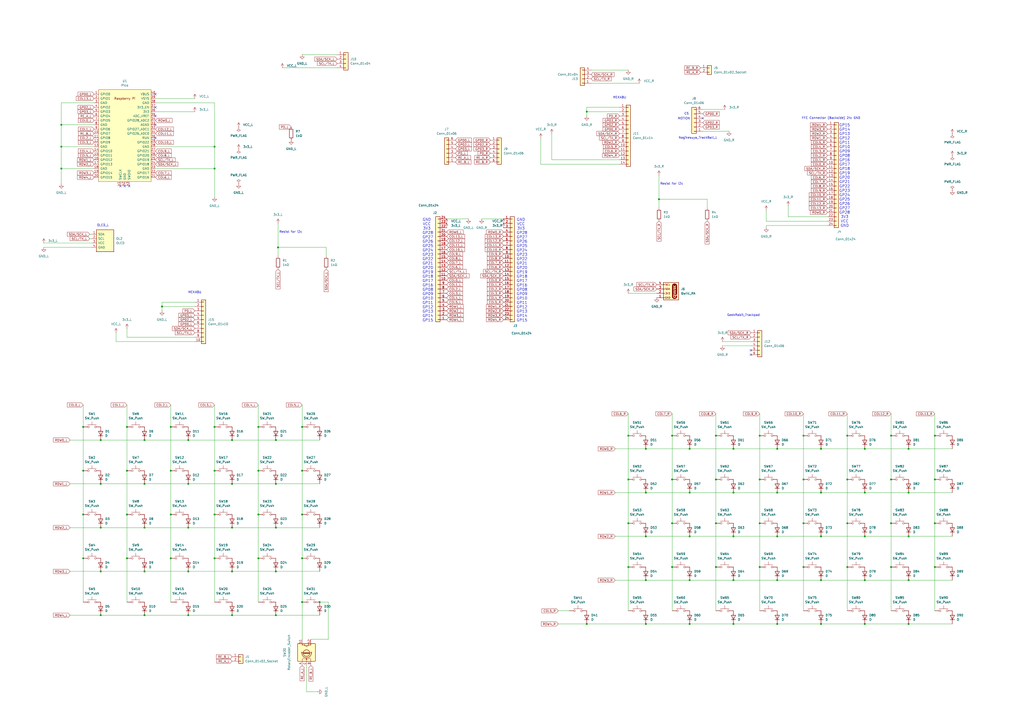
<source format=kicad_sch>
(kicad_sch (version 20250114) (generator "eeschema") (generator_version "9.0")
  (paper "A2")
  (text "CS" (at 398.272 66.04 0) (effects (font (size 1.27 1.27))))
  (text "GND                                                                                 \nVCC                                                                                 \n3V3                                                                                 \nGP28                                                                                \nGP27                                                                                \nGP26                                                                                \nGP25                                                                                \nGP24                                                                                \nGP23                                                                                \nGP22                                                                                \nGP21                                                                                \nGP20                                                                                \nGP19                                                                                \nGP18                                                                                \nGP17                                                                                \nGP16                                                                                \nGP08                                                                                \nGP09                                                                                \nGP10                                                                                \nGP11                                                                                \nGP12                                                                                \nGP13                                                                                \nGP14                                                                                \nGP15                                                                                \n" (at 350.774 156.718 0) (effects (font (size 1.5748 1.5748))))
  (text "MEKABU" (at 359.41 56.642 0) (effects (font (size 1.27 1.27))))
  (text "Resist for i2c" (at 389.636 106.68 0) (effects (font (size 1.27 1.27))))
  (text "GeekRabit_Trackpad" (at 431.292 182.88 0) (effects (font (size 1.27 1.27))))
  (text "GND                                                                                 \nVCC                                                                                 \n3V3                                                                                 \nGP28                                                                                \nGP27                                                                                \nGP26                                                                                \nGP25                                                                                \nGP24                                                                                \nGP23                                                                                \nGP22                                                                                \nGP21                                                                                \nGP20                                                                                \nGP19                                                                                \nGP18                                                                                \nGP17                                                                                \nGP16                                                                                \nGP08                                                                                \nGP09                                                                                \nGP10                                                                                \nGP11                                                                                \nGP12                                                                                \nGP13                                                                                \nGP14                                                                                \nGP15                                                                                \n" (at 296.164 156.718 0) (effects (font (size 1.5748 1.5748))))
  (text "Resist for i2c" (at 168.656 134.62 0) (effects (font (size 1.27 1.27))))
  (text "OLED_L" (at 59.69 130.81 0) (effects (font (size 1.27 1.27))))
  (text "FFC Connector (Backside) 24: GND" (at 482.092 68.58 0) (effects (font (size 1.27 1.27))))
  (text "MEKABU" (at 113.03 169.672 0) (effects (font (size 1.27 1.27))))
  (text "GP15\nGP14\nGP13\nGP12\nGP11\nGP10\nGP09\nGP08\nGP16\nGP17\nGP18\nGP19\nGP20\nGP21\nGP22\nGP23\nGP24\nGP25\nGP26\nGP27\nGP28\n3V3\nVCC\nGND\n" (at 489.966 101.854 0) (effects (font (size 1.5748 1.5748))))
  (text "Nogikesuya_TrackBall_L" (at 404.876 80.01 0) (effects (font (size 1.27 1.27))))
  (text "MOTION" (at 396.748 68.834 0) (effects (font (size 1.27 1.27))))
  (junction (at 501.65 361.95))
  (junction (at 450.85 361.95))
  (junction (at 48.26 273.05))
  (junction (at 527.05 260.35))
  (junction (at 374.65 361.95))
  (junction (at 124.46 273.05))
  (junction (at 501.65 336.55))
  (junction (at 175.26 273.05))
  (junction (at 99.06 298.45))
  (junction (at 450.85 260.35))
  (junction (at 35.56 72.39))
  (junction (at 161.29 143.51))
  (junction (at 73.66 273.05))
  (junction (at 35.56 97.79))
  (junction (at 542.29 303.53))
  (junction (at 374.65 260.35))
  (junction (at 160.02 280.67))
  (junction (at 160.02 306.07))
  (junction (at 160.02 255.27))
  (junction (at 516.89 278.13))
  (junction (at 149.86 298.45))
  (junction (at 491.49 328.93))
  (junction (at 501.65 260.35))
  (junction (at 124.46 298.45))
  (junction (at 48.26 323.85))
  (junction (at 175.26 298.45))
  (junction (at 516.89 252.73))
  (junction (at 364.49 278.13))
  (junction (at 124.46 97.79))
  (junction (at 425.45 361.95))
  (junction (at 364.49 303.53))
  (junction (at 450.85 336.55))
  (junction (at 382.27 115.57))
  (junction (at 491.49 303.53))
  (junction (at 134.62 356.87))
  (junction (at 99.06 273.05))
  (junction (at 389.89 328.93))
  (junction (at 83.82 331.47))
  (junction (at 48.26 298.45))
  (junction (at 48.26 247.65))
  (junction (at 374.65 285.75))
  (junction (at 340.36 64.77))
  (junction (at 109.22 356.87))
  (junction (at 109.22 331.47))
  (junction (at 124.46 247.65))
  (junction (at 99.06 323.85))
  (junction (at 58.42 280.67))
  (junction (at 501.65 311.15))
  (junction (at 73.66 298.45))
  (junction (at 374.65 311.15))
  (junction (at 501.65 285.75))
  (junction (at 109.22 280.67))
  (junction (at 491.49 252.73))
  (junction (at 466.09 252.73))
  (junction (at 149.86 273.05))
  (junction (at 425.45 336.55))
  (junction (at 134.62 306.07))
  (junction (at 175.26 247.65))
  (junction (at 58.42 331.47))
  (junction (at 134.62 255.27))
  (junction (at 466.09 328.93))
  (junction (at 476.25 260.35))
  (junction (at 527.05 336.55))
  (junction (at 527.05 311.15))
  (junction (at 340.36 361.95))
  (junction (at 400.05 361.95))
  (junction (at 35.56 85.09))
  (junction (at 109.22 306.07))
  (junction (at 400.05 285.75))
  (junction (at 149.86 323.85))
  (junction (at 364.49 252.73))
  (junction (at 415.29 328.93))
  (junction (at 400.05 311.15))
  (junction (at 160.02 331.47))
  (junction (at 124.46 323.85))
  (junction (at 516.89 303.53))
  (junction (at 93.98 177.8))
  (junction (at 374.65 336.55))
  (junction (at 83.82 280.67))
  (junction (at 415.29 252.73))
  (junction (at 425.45 285.75))
  (junction (at 185.42 349.25))
  (junction (at 476.25 361.95))
  (junction (at 516.89 328.93))
  (junction (at 527.05 285.75))
  (junction (at 542.29 328.93))
  (junction (at 160.02 356.87))
  (junction (at 542.29 278.13))
  (junction (at 542.29 252.73))
  (junction (at 364.49 328.93))
  (junction (at 83.82 306.07))
  (junction (at 99.06 247.65))
  (junction (at 425.45 311.15))
  (junction (at 73.66 247.65))
  (junction (at 83.82 255.27))
  (junction (at 466.09 278.13))
  (junction (at 58.42 356.87))
  (junction (at 425.45 260.35))
  (junction (at 440.69 252.73))
  (junction (at 527.05 361.95))
  (junction (at 175.26 323.85))
  (junction (at 440.69 278.13))
  (junction (at 134.62 331.47))
  (junction (at 440.69 303.53))
  (junction (at 73.66 323.85))
  (junction (at 476.25 336.55))
  (junction (at 58.42 255.27))
  (junction (at 400.05 336.55))
  (junction (at 466.09 303.53))
  (junction (at 415.29 278.13))
  (junction (at 389.89 252.73))
  (junction (at 134.62 280.67))
  (junction (at 415.29 303.53))
  (junction (at 450.85 311.15))
  (junction (at 58.42 306.07))
  (junction (at 476.25 285.75))
  (junction (at 389.89 278.13))
  (junction (at 83.82 356.87))
  (junction (at 440.69 328.93))
  (junction (at 476.25 311.15))
  (junction (at 124.46 85.09))
  (junction (at 400.05 260.35))
  (junction (at 450.85 285.75))
  (junction (at 491.49 278.13))
  (junction (at 149.86 247.65))
  (junction (at 389.89 303.53))
  (junction (at 109.22 255.27))
  (junction (at 175.26 349.25))
  (no_connect (at 72.39 107.95))
  (no_connect (at 90.17 67.31))
  (no_connect (at 435.61 205.74))
  (no_connect (at 90.17 80.01))
  (no_connect (at 90.17 54.61))
  (no_connect (at 407.67 68.58))
  (no_connect (at 74.93 107.95))
  (no_connect (at 69.85 107.95))
  (no_connect (at 90.17 72.39))
  (no_connect (at 90.17 62.23))
  (no_connect (at 435.61 203.2))
  (wire (pts (xy 52.07 138.43) (xy 53.34 138.43)))
  (wire (pts (xy 35.56 59.69) (xy 35.56 72.39)))
  (wire (pts (xy 400.05 336.55) (xy 425.45 336.55)))
  (wire (pts (xy 516.89 328.93) (xy 516.89 354.33)))
  (wire (pts (xy 67.31 198.12) (xy 113.03 198.12)))
  (wire (pts (xy 124.46 59.69) (xy 124.46 85.09)))
  (wire (pts (xy 425.45 285.75) (xy 450.85 285.75)))
  (wire (pts (xy 466.09 252.73) (xy 466.09 278.13)))
  (wire (pts (xy 134.62 356.87) (xy 160.02 356.87)))
  (wire (pts (xy 501.65 260.35) (xy 527.05 260.35)))
  (wire (pts (xy 124.46 97.79) (xy 124.46 114.3)))
  (wire (pts (xy 400.05 361.95) (xy 425.45 361.95)))
  (wire (pts (xy 480.06 125.73) (xy 457.2 125.73)))
  (wire (pts (xy 364.49 278.13) (xy 364.49 303.53)))
  (wire (pts (xy 83.82 280.67) (xy 109.22 280.67)))
  (wire (pts (xy 113.03 195.58) (xy 73.66 195.58)))
  (wire (pts (xy 374.65 361.95) (xy 400.05 361.95)))
  (wire (pts (xy 382.27 101.6) (xy 382.27 115.57)))
  (wire (pts (xy 73.66 195.58) (xy 73.66 190.5)))
  (wire (pts (xy 542.29 252.73) (xy 542.29 278.13)))
  (wire (pts (xy 134.62 331.47) (xy 160.02 331.47)))
  (wire (pts (xy 175.26 234.95) (xy 175.26 247.65)))
  (wire (pts (xy 48.26 298.45) (xy 48.26 323.85)))
  (wire (pts (xy 370.84 48.26) (xy 342.9 48.26)))
  (wire (pts (xy 527.05 311.15) (xy 552.45 311.15)))
  (wire (pts (xy 450.85 260.35) (xy 476.25 260.35)))
  (wire (pts (xy 180.34 370.84) (xy 190.5 370.84)))
  (wire (pts (xy 323.85 361.95) (xy 340.36 361.95)))
  (wire (pts (xy 323.85 354.33) (xy 330.2 354.33)))
  (wire (pts (xy 83.82 255.27) (xy 109.22 255.27)))
  (wire (pts (xy 35.56 97.79) (xy 54.61 97.79)))
  (wire (pts (xy 440.69 303.53) (xy 440.69 328.93)))
  (wire (pts (xy 313.69 80.01) (xy 313.69 95.25)))
  (wire (pts (xy 175.26 298.45) (xy 175.26 323.85)))
  (wire (pts (xy 501.65 336.55) (xy 527.05 336.55)))
  (wire (pts (xy 450.85 285.75) (xy 476.25 285.75)))
  (wire (pts (xy 73.66 234.95) (xy 73.66 247.65)))
  (wire (pts (xy 444.5 121.92) (xy 444.5 128.27)))
  (wire (pts (xy 134.62 280.67) (xy 160.02 280.67)))
  (wire (pts (xy 476.25 361.95) (xy 501.65 361.95)))
  (wire (pts (xy 177.8 386.08) (xy 177.8 401.32)))
  (wire (pts (xy 320.04 77.47) (xy 320.04 92.71)))
  (wire (pts (xy 99.06 298.45) (xy 99.06 323.85)))
  (wire (pts (xy 113.03 175.26) (xy 93.98 175.26)))
  (wire (pts (xy 58.42 331.47) (xy 83.82 331.47)))
  (wire (pts (xy 476.25 311.15) (xy 501.65 311.15)))
  (wire (pts (xy 527.05 336.55) (xy 552.45 336.55)))
  (wire (pts (xy 35.56 97.79) (xy 35.56 106.68)))
  (wire (pts (xy 149.86 298.45) (xy 149.86 323.85)))
  (wire (pts (xy 99.06 323.85) (xy 99.06 349.25)))
  (wire (pts (xy 450.85 336.55) (xy 476.25 336.55)))
  (wire (pts (xy 356.87 336.55) (xy 374.65 336.55)))
  (wire (pts (xy 340.36 62.23) (xy 340.36 64.77)))
  (wire (pts (xy 389.89 328.93) (xy 389.89 354.33)))
  (wire (pts (xy 516.89 303.53) (xy 516.89 328.93)))
  (wire (pts (xy 340.36 64.77) (xy 359.41 64.77)))
  (wire (pts (xy 124.46 273.05) (xy 124.46 298.45)))
  (wire (pts (xy 99.06 234.95) (xy 99.06 247.65)))
  (wire (pts (xy 90.17 85.09) (xy 124.46 85.09)))
  (wire (pts (xy 516.89 278.13) (xy 516.89 303.53)))
  (wire (pts (xy 440.69 240.03) (xy 440.69 252.73)))
  (wire (pts (xy 364.49 40.64) (xy 342.9 40.64)))
  (wire (pts (xy 466.09 240.03) (xy 466.09 252.73)))
  (wire (pts (xy 440.69 328.93) (xy 440.69 354.33)))
  (wire (pts (xy 444.5 130.81) (xy 480.06 130.81)))
  (wire (pts (xy 161.29 143.51) (xy 189.23 143.51)))
  (wire (pts (xy 382.27 120.65) (xy 382.27 115.57)))
  (wire (pts (xy 389.89 278.13) (xy 389.89 303.53)))
  (wire (pts (xy 73.66 273.05) (xy 73.66 298.45)))
  (wire (pts (xy 161.29 129.54) (xy 161.29 143.51)))
  (wire (pts (xy 99.06 273.05) (xy 99.06 298.45)))
  (wire (pts (xy 134.62 306.07) (xy 160.02 306.07)))
  (wire (pts (xy 364.49 170.18) (xy 381 170.18)))
  (wire (pts (xy 35.56 59.69) (xy 54.61 59.69)))
  (wire (pts (xy 527.05 361.95) (xy 552.45 361.95)))
  (wire (pts (xy 48.26 234.95) (xy 48.26 247.65)))
  (wire (pts (xy 476.25 260.35) (xy 501.65 260.35)))
  (wire (pts (xy 93.98 177.8) (xy 93.98 180.34)))
  (wire (pts (xy 35.56 85.09) (xy 35.56 97.79)))
  (wire (pts (xy 491.49 240.03) (xy 491.49 252.73)))
  (wire (pts (xy 160.02 356.87) (xy 185.42 356.87)))
  (wire (pts (xy 491.49 252.73) (xy 491.49 278.13)))
  (wire (pts (xy 527.05 260.35) (xy 552.45 260.35)))
  (wire (pts (xy 476.25 285.75) (xy 501.65 285.75)))
  (wire (pts (xy 25.4 143.51) (xy 53.34 143.51)))
  (wire (pts (xy 52.07 135.89) (xy 53.34 135.89)))
  (wire (pts (xy 527.05 285.75) (xy 552.45 285.75)))
  (wire (pts (xy 419.1 200.66) (xy 435.61 200.66)))
  (wire (pts (xy 149.86 323.85) (xy 149.86 349.25)))
  (wire (pts (xy 109.22 331.47) (xy 134.62 331.47)))
  (wire (pts (xy 415.29 278.13) (xy 415.29 303.53)))
  (wire (pts (xy 356.87 311.15) (xy 374.65 311.15)))
  (wire (pts (xy 400.05 285.75) (xy 425.45 285.75)))
  (wire (pts (xy 48.26 273.05) (xy 48.26 298.45)))
  (wire (pts (xy 35.56 72.39) (xy 35.56 85.09)))
  (wire (pts (xy 359.41 62.23) (xy 340.36 62.23)))
  (wire (pts (xy 175.26 273.05) (xy 175.26 298.45)))
  (wire (pts (xy 35.56 72.39) (xy 54.61 72.39)))
  (wire (pts (xy 90.17 97.79) (xy 124.46 97.79)))
  (wire (pts (xy 124.46 234.95) (xy 124.46 247.65)))
  (wire (pts (xy 190.5 349.25) (xy 185.42 349.25)))
  (wire (pts (xy 279.4 127) (xy 292.1 127)))
  (wire (pts (xy 175.26 349.25) (xy 175.26 370.84)))
  (wire (pts (xy 177.8 401.32) (xy 184.15 401.32)))
  (wire (pts (xy 67.31 193.04) (xy 67.31 198.12)))
  (wire (pts (xy 466.09 328.93) (xy 466.09 354.33)))
  (wire (pts (xy 374.65 285.75) (xy 400.05 285.75)))
  (wire (pts (xy 491.49 303.53) (xy 491.49 328.93)))
  (wire (pts (xy 415.29 240.03) (xy 415.29 252.73)))
  (wire (pts (xy 40.64 255.27) (xy 58.42 255.27)))
  (wire (pts (xy 175.26 31.75) (xy 195.58 31.75)))
  (wire (pts (xy 109.22 356.87) (xy 134.62 356.87)))
  (wire (pts (xy 48.26 247.65) (xy 48.26 273.05)))
  (wire (pts (xy 175.26 323.85) (xy 175.26 349.25)))
  (wire (pts (xy 340.36 361.95) (xy 374.65 361.95)))
  (wire (pts (xy 415.29 303.53) (xy 415.29 328.93)))
  (wire (pts (xy 160.02 255.27) (xy 185.42 255.27)))
  (wire (pts (xy 340.36 64.77) (xy 340.36 67.31)))
  (wire (pts (xy 410.21 120.65) (xy 410.21 115.57)))
  (wire (pts (xy 163.83 39.37) (xy 195.58 39.37)))
  (wire (pts (xy 516.89 252.73) (xy 516.89 278.13)))
  (wire (pts (xy 501.65 285.75) (xy 527.05 285.75)))
  (wire (pts (xy 425.45 361.95) (xy 450.85 361.95)))
  (wire (pts (xy 542.29 278.13) (xy 542.29 303.53)))
  (wire (pts (xy 425.45 311.15) (xy 450.85 311.15)))
  (wire (pts (xy 450.85 361.95) (xy 476.25 361.95)))
  (wire (pts (xy 83.82 306.07) (xy 109.22 306.07)))
  (wire (pts (xy 389.89 252.73) (xy 389.89 278.13)))
  (wire (pts (xy 73.66 323.85) (xy 73.66 349.25)))
  (wire (pts (xy 444.5 132.08) (xy 444.5 130.81)))
  (wire (pts (xy 93.98 177.8) (xy 113.03 177.8)))
  (wire (pts (xy 400.05 260.35) (xy 425.45 260.35)))
  (wire (pts (xy 491.49 278.13) (xy 491.49 303.53)))
  (wire (pts (xy 425.45 260.35) (xy 450.85 260.35)))
  (wire (pts (xy 58.42 356.87) (xy 83.82 356.87)))
  (wire (pts (xy 149.86 273.05) (xy 149.86 298.45)))
  (wire (pts (xy 124.46 298.45) (xy 124.46 323.85)))
  (wire (pts (xy 190.5 370.84) (xy 190.5 349.25)))
  (wire (pts (xy 189.23 148.59) (xy 189.23 143.51)))
  (wire (pts (xy 356.87 285.75) (xy 374.65 285.75)))
  (wire (pts (xy 440.69 278.13) (xy 440.69 303.53)))
  (wire (pts (xy 542.29 303.53) (xy 542.29 328.93)))
  (wire (pts (xy 175.26 247.65) (xy 175.26 273.05)))
  (wire (pts (xy 382.27 115.57) (xy 410.21 115.57)))
  (wire (pts (xy 466.09 303.53) (xy 466.09 328.93)))
  (wire (pts (xy 271.78 127) (xy 259.08 127)))
  (wire (pts (xy 109.22 306.07) (xy 134.62 306.07)))
  (wire (pts (xy 400.05 311.15) (xy 425.45 311.15)))
  (wire (pts (xy 444.5 128.27) (xy 480.06 128.27)))
  (wire (pts (xy 542.29 328.93) (xy 542.29 354.33)))
  (wire (pts (xy 374.65 311.15) (xy 400.05 311.15)))
  (wire (pts (xy 58.42 280.67) (xy 83.82 280.67)))
  (wire (pts (xy 440.69 252.73) (xy 440.69 278.13)))
  (wire (pts (xy 422.91 76.2) (xy 407.67 76.2)))
  (wire (pts (xy 542.29 240.03) (xy 542.29 252.73)))
  (wire (pts (xy 93.98 175.26) (xy 93.98 177.8)))
  (wire (pts (xy 124.46 85.09) (xy 124.46 97.79)))
  (wire (pts (xy 124.46 59.69) (xy 90.17 59.69)))
  (wire (pts (xy 389.89 303.53) (xy 389.89 328.93)))
  (wire (pts (xy 25.4 140.97) (xy 53.34 140.97)))
  (wire (pts (xy 99.06 247.65) (xy 99.06 273.05)))
  (wire (pts (xy 161.29 148.59) (xy 161.29 143.51)))
  (wire (pts (xy 58.42 306.07) (xy 83.82 306.07)))
  (wire (pts (xy 450.85 311.15) (xy 476.25 311.15)))
  (wire (pts (xy 419.1 198.12) (xy 435.61 198.12)))
  (wire (pts (xy 40.64 331.47) (xy 58.42 331.47)))
  (wire (pts (xy 359.41 92.71) (xy 320.04 92.71)))
  (wire (pts (xy 83.82 331.47) (xy 109.22 331.47)))
  (wire (pts (xy 160.02 306.07) (xy 185.42 306.07)))
  (wire (pts (xy 364.49 328.93) (xy 364.49 354.33)))
  (wire (pts (xy 40.64 280.67) (xy 58.42 280.67)))
  (wire (pts (xy 40.64 356.87) (xy 58.42 356.87)))
  (wire (pts (xy 425.45 336.55) (xy 450.85 336.55)))
  (wire (pts (xy 356.87 260.35) (xy 374.65 260.35)))
  (wire (pts (xy 415.29 328.93) (xy 415.29 354.33)))
  (wire (pts (xy 40.64 306.07) (xy 58.42 306.07)))
  (wire (pts (xy 501.65 361.95) (xy 527.05 361.95)))
  (wire (pts (xy 58.42 255.27) (xy 83.82 255.27)))
  (wire (pts (xy 160.02 280.67) (xy 185.42 280.67)))
  (wire (pts (xy 90.17 57.15) (xy 113.03 57.15)))
  (wire (pts (xy 124.46 247.65) (xy 124.46 273.05)))
  (wire (pts (xy 516.89 240.03) (xy 516.89 252.73)))
  (wire (pts (xy 109.22 280.67) (xy 134.62 280.67)))
  (wire (pts (xy 149.86 247.65) (xy 149.86 273.05)))
  (wire (pts (xy 457.2 125.73) (xy 457.2 119.38)))
  (wire (pts (xy 90.17 64.77) (xy 113.03 64.77)))
  (wire (pts (xy 415.29 252.73) (xy 415.29 278.13)))
  (wire (pts (xy 124.46 323.85) (xy 124.46 349.25)))
  (wire (pts (xy 359.41 95.25) (xy 313.69 95.25)))
  (wire (pts (xy 48.26 323.85) (xy 48.26 349.25)))
  (wire (pts (xy 83.82 356.87) (xy 109.22 356.87)))
  (wire (pts (xy 374.65 336.55) (xy 400.05 336.55)))
  (wire (pts (xy 476.25 336.55) (xy 501.65 336.55)))
  (wire (pts (xy 407.67 63.5) (xy 420.37 63.5)))
  (wire (pts (xy 160.02 331.47) (xy 185.42 331.47)))
  (wire (pts (xy 149.86 234.95) (xy 149.86 247.65)))
  (wire (pts (xy 501.65 311.15) (xy 527.05 311.15)))
  (wire (pts (xy 73.66 247.65) (xy 73.66 273.05)))
  (wire (pts (xy 109.22 255.27) (xy 134.62 255.27)))
  (wire (pts (xy 389.89 240.03) (xy 389.89 252.73)))
  (wire (pts (xy 491.49 328.93) (xy 491.49 354.33)))
  (wire (pts (xy 364.49 240.03) (xy 364.49 252.73)))
  (wire (pts (xy 54.61 85.09) (xy 35.56 85.09)))
  (wire (pts (xy 466.09 278.13) (xy 466.09 303.53)))
  (wire (pts (xy 364.49 303.53) (xy 364.49 328.93)))
  (wire (pts (xy 364.49 252.73) (xy 364.49 278.13)))
  (wire (pts (xy 134.62 255.27) (xy 160.02 255.27)))
  (wire (pts (xy 73.66 298.45) (xy 73.66 323.85)))
  (wire (pts (xy 374.65 260.35) (xy 400.05 260.35)))
  (global_label "COL6_L" (shape input) (at 259.08 154.94 0) (property "Intersheetrefs" "${INTERSHEET_REFS}" (effects (hide yes))))
  (global_label "ROW1_R" (shape input) (at 356.87 285.75 180) (property "Intersheetrefs" "${INTERSHEET_REFS}" (effects (hide yes))))
  (global_label "COL2_L" (shape input) (at 99.06 234.95 180) (property "Intersheetrefs" "${INTERSHEET_REFS}" (effects (hide yes))))
  (global_label "COL4_R" (shape input) (at 480.06 85.09 180) (property "Intersheetrefs" "${INTERSHEET_REFS}" (effects (hide yes))))
  (global_label "COL9_L" (shape input) (at 90.17 87.63 0) (property "Intersheetrefs" "${INTERSHEET_REFS}" (effects (hide yes))))
  (global_label "GP02_R" (shape input) (at 284.48 83.82 180) (property "Intersheetrefs" "${INTERSHEET_REFS}" (effects (hide yes))))
  (global_label "COL0_R" (shape input) (at 480.06 95.25 180) (property "Intersheetrefs" "${INTERSHEET_REFS}" (effects (hide yes))))
  (global_label "PD_L" (shape input) (at 113.03 180.34 180) (property "Intersheetrefs" "${INTERSHEET_REFS}" (effects (hide yes))))
  (global_label "ROW2_R" (shape input) (at 480.06 77.47 180) (property "Intersheetrefs" "${INTERSHEET_REFS}" (effects (hide yes))))
  (global_label "COL10_R" (shape input) (at 292.1 144.78 180) (property "Intersheetrefs" "${INTERSHEET_REFS}" (effects (hide yes))))
  (global_label "COL8_R" (shape input) (at 415.29 240.03 180) (property "Intersheetrefs" "${INTERSHEET_REFS}" (effects (hide yes))))
  (global_label "COL3_R" (shape input) (at 480.06 87.63 180) (property "Intersheetrefs" "${INTERSHEET_REFS}" (effects (hide yes))))
  (global_label "COL7_R" (shape input) (at 292.1 152.4 180) (property "Intersheetrefs" "${INTERSHEET_REFS}" (effects (hide yes))))
  (global_label "ROW2_R" (shape input) (at 359.41 82.55 180) (property "Intersheetrefs" "${INTERSHEET_REFS}" (effects (hide yes))))
  (global_label "ROW4_R" (shape input) (at 480.06 72.39 180) (property "Intersheetrefs" "${INTERSHEET_REFS}" (effects (hide yes))))
  (global_label "RE_A_L" (shape input) (at 134.62 383.54 180) (property "Intersheetrefs" "${INTERSHEET_REFS}" (effects (hide yes))))
  (global_label "COL4_L" (shape input) (at 54.61 87.63 180) (property "Intersheetrefs" "${INTERSHEET_REFS}" (effects (hide yes))))
  (global_label "COL6_R" (shape input) (at 364.49 240.03 180) (property "Intersheetrefs" "${INTERSHEET_REFS}" (effects (hide yes))))
  (global_label "ROW2_R" (shape input) (at 292.1 180.34 180) (property "Intersheetrefs" "${INTERSHEET_REFS}" (effects (hide yes))))
  (global_label "COL12_L" (shape input) (at 259.08 139.7 0) (property "Intersheetrefs" "${INTERSHEET_REFS}" (effects (hide yes))))
  (global_label "COL2_L" (shape input) (at 54.61 80.01 180) (property "Intersheetrefs" "${INTERSHEET_REFS}" (effects (hide yes))))
  (global_label "COL10_L" (shape input) (at 259.08 144.78 0) (property "Intersheetrefs" "${INTERSHEET_REFS}" (effects (hide yes))))
  (global_label "COL5_L" (shape input) (at 54.61 90.17 180) (property "Intersheetrefs" "${INTERSHEET_REFS}" (effects (hide yes))))
  (global_label "GP02_R" (shape input) (at 407.67 71.12 0) (property "Intersheetrefs" "${INTERSHEET_REFS}" (effects (hide yes))))
  (global_label "GP03_R" (shape input) (at 359.41 69.85 180) (property "Intersheetrefs" "${INTERSHEET_REFS}" (effects (hide yes))))
  (global_label "GP03_L" (shape input) (at 113.03 182.88 180) (property "Intersheetrefs" "${INTERSHEET_REFS}" (effects (hide yes))))
  (global_label "SDA{slash}SCK_L" (shape input) (at 113.03 190.5 180) (property "Intersheetrefs" "${INTERSHEET_REFS}" (effects (hide yes))))
  (global_label "RE_A_L" (shape input) (at 175.26 386.08 270) (property "Intersheetrefs" "${INTERSHEET_REFS}" (effects (hide yes))))
  (global_label "GP03_L" (shape input) (at 264.16 86.36 0) (property "Intersheetrefs" "${INTERSHEET_REFS}" (effects (hide yes))))
  (global_label "COL7_L" (shape input) (at 259.08 152.4 0) (property "Intersheetrefs" "${INTERSHEET_REFS}" (effects (hide yes))))
  (global_label "COL1_L" (shape input) (at 73.66 234.95 180) (property "Intersheetrefs" "${INTERSHEET_REFS}" (effects (hide yes))))
  (global_label "SDA{slash}SCK_R" (shape input) (at 342.9 43.18 0) (property "Intersheetrefs" "${INTERSHEET_REFS}" (effects (hide yes))))
  (global_label "COL4_R" (shape input) (at 292.1 172.72 180) (property "Intersheetrefs" "${INTERSHEET_REFS}" (effects (hide yes))))
  (global_label "COL5_R" (shape input) (at 292.1 175.26 180) (property "Intersheetrefs" "${INTERSHEET_REFS}" (effects (hide yes))))
  (global_label "COL3_L" (shape input) (at 124.46 234.95 180) (property "Intersheetrefs" "${INTERSHEET_REFS}" (effects (hide yes))))
  (global_label "COL1_R" (shape input) (at 480.06 92.71 180) (property "Intersheetrefs" "${INTERSHEET_REFS}" (effects (hide yes))))
  (global_label "GP03_L" (shape input) (at 54.61 64.77 180) (property "Intersheetrefs" "${INTERSHEET_REFS}" (effects (hide yes))))
  (global_label "SCL{slash}TX_L" (shape input) (at 52.07 138.43 180) (property "Intersheetrefs" "${INTERSHEET_REFS}" (effects (hide yes))))
  (global_label "RE_B_R" (shape input) (at 284.48 93.98 180) (property "Intersheetrefs" "${INTERSHEET_REFS}" (effects (hide yes))))
  (global_label "SCL{slash}TX_R" (shape input) (at 382.27 128.27 270) (property "Intersheetrefs" "${INTERSHEET_REFS}" (effects (hide yes))))
  (global_label "SDA{slash}SCK_R" (shape input) (at 292.1 160.02 180) (property "Intersheetrefs" "${INTERSHEET_REFS}" (effects (hide yes))))
  (global_label "COL5_R" (shape input) (at 480.06 82.55 180) (property "Intersheetrefs" "${INTERSHEET_REFS}" (effects (hide yes))))
  (global_label "SDA{slash}SCK_R" (shape input) (at 435.61 193.04 180) (property "Intersheetrefs" "${INTERSHEET_REFS}" (effects (hide yes))))
  (global_label "COL3_R" (shape input) (at 292.1 170.18 180) (property "Intersheetrefs" "${INTERSHEET_REFS}" (effects (hide yes))))
  (global_label "ROW4_R" (shape input) (at 292.1 185.42 180) (property "Intersheetrefs" "${INTERSHEET_REFS}" (effects (hide yes))))
  (global_label "RE_B_L" (shape input) (at 180.34 386.08 270) (property "Intersheetrefs" "${INTERSHEET_REFS}" (effects (hide yes))))
  (global_label "COL7_R" (shape input) (at 389.89 240.03 180) (property "Intersheetrefs" "${INTERSHEET_REFS}" (effects (hide yes))))
  (global_label "ROW1_L" (shape input) (at 259.08 177.8 0) (property "Intersheetrefs" "${INTERSHEET_REFS}" (effects (hide yes))))
  (global_label "SDA{slash}SCK_R" (shape input) (at 410.21 128.27 270) (property "Intersheetrefs" "${INTERSHEET_REFS}" (effects (hide yes))))
  (global_label "COL7_L" (shape input) (at 90.17 100.33 0) (property "Intersheetrefs" "${INTERSHEET_REFS}" (effects (hide yes))))
  (global_label "RE_B_R" (shape input) (at 406.4 39.37 180) (property "Intersheetrefs" "${INTERSHEET_REFS}" (effects (hide yes))))
  (global_label "RE_B_L" (shape input) (at 54.61 77.47 180) (property "Intersheetrefs" "${INTERSHEET_REFS}" (effects (hide yes))))
  (global_label "PD_R" (shape input) (at 359.41 67.31 180) (property "Intersheetrefs" "${INTERSHEET_REFS}" (effects (hide yes))))
  (global_label "COL5_L" (shape input) (at 175.26 234.95 180) (property "Intersheetrefs" "${INTERSHEET_REFS}" (effects (hide yes))))
  (global_label "SCL{slash}TX_R" (shape input) (at 342.9 45.72 0) (property "Intersheetrefs" "${INTERSHEET_REFS}" (effects (hide yes))))
  (global_label "COL12_L" (shape input) (at 90.17 74.93 0) (property "Intersheetrefs" "${INTERSHEET_REFS}" (effects (hide yes))))
  (global_label "SCL{slash}TX_R" (shape input) (at 480.06 100.33 180) (property "Intersheetrefs" "${INTERSHEET_REFS}" (effects (hide yes))))
  (global_label "COL1_L" (shape input) (at 259.08 165.1 0) (property "Intersheetrefs" "${INTERSHEET_REFS}" (effects (hide yes))))
  (global_label "SCL{slash}TX_L" (shape input) (at 195.58 36.83 180) (property "Intersheetrefs" "${INTERSHEET_REFS}" (effects (hide yes))))
  (global_label "SCL{slash}TX_R" (shape input) (at 381 165.1 180) (property "Intersheetrefs" "${INTERSHEET_REFS}" (effects (hide yes))))
  (global_label "ROW0_R" (shape input) (at 292.1 134.62 180) (property "Intersheetrefs" "${INTERSHEET_REFS}" (effects (hide yes))))
  (global_label "COL1_L" (shape input) (at 54.61 74.93 180) (property "Intersheetrefs" "${INTERSHEET_REFS}" (effects (hide yes))))
  (global_label "ROW3_R" (shape input) (at 356.87 336.55 180) (property "Intersheetrefs" "${INTERSHEET_REFS}" (effects (hide yes))))
  (global_label "COL6_R" (shape input) (at 480.06 102.87 180) (property "Intersheetrefs" "${INTERSHEET_REFS}" (effects (hide yes))))
  (global_label "PD_L" (shape input) (at 168.91 73.66 180) (property "Intersheetrefs" "${INTERSHEET_REFS}" (effects (hide yes))))
  (global_label "RE_A_L" (shape input) (at 264.16 91.44 0) (property "Intersheetrefs" "${INTERSHEET_REFS}" (effects (hide yes))))
  (global_label "COL13_L" (shape input) (at 259.08 137.16 0) (property "Intersheetrefs" "${INTERSHEET_REFS}" (effects (hide yes))))
  (global_label "COL13_R" (shape input) (at 292.1 137.16 180) (property "Intersheetrefs" "${INTERSHEET_REFS}" (effects (hide yes))))
  (global_label "GP00_L" (shape input) (at 113.03 187.96 180) (property "Intersheetrefs" "${INTERSHEET_REFS}" (effects (hide yes))))
  (global_label "ROW0_L" (shape input) (at 259.08 134.62 0) (property "Intersheetrefs" "${INTERSHEET_REFS}" (effects (hide yes))))
  (global_label "ROW3_L" (shape input) (at 259.08 182.88 0) (property "Intersheetrefs" "${INTERSHEET_REFS}" (effects (hide yes))))
  (global_label "COL2_R" (shape input) (at 292.1 167.64 180) (property "Intersheetrefs" "${INTERSHEET_REFS}" (effects (hide yes))))
  (global_label "ROW3_L" (shape input) (at 40.64 331.47 180) (property "Intersheetrefs" "${INTERSHEET_REFS}" (effects (hide yes))))
  (global_label "ROW0_L" (shape input) (at 90.17 69.85 0) (property "Intersheetrefs" "${INTERSHEET_REFS}" (effects (hide yes))))
  (global_label "SDA{slash}SCK_L" (shape input) (at 52.07 135.89 180) (property "Intersheetrefs" "${INTERSHEET_REFS}" (effects (hide yes))))
  (global_label "COL13_L" (shape input) (at 54.61 57.15 180) (property "Intersheetrefs" "${INTERSHEET_REFS}" (effects (hide yes))))
  (global_label "SCL{slash}TX_L" (shape input) (at 161.29 156.21 270) (property "Intersheetrefs" "${INTERSHEET_REFS}" (effects (hide yes))))
  (global_label "GP02_L" (shape input) (at 264.16 83.82 0) (property "Intersheetrefs" "${INTERSHEET_REFS}" (effects (hide yes))))
  (global_label "COL11_R" (shape input) (at 491.49 240.03 180) (property "Intersheetrefs" "${INTERSHEET_REFS}" (effects (hide yes))))
  (global_label "ROW4_L" (shape input) (at 54.61 102.87 180) (property "Intersheetrefs" "${INTERSHEET_REFS}" (effects (hide yes))))
  (global_label "SDA{slash}SCK_L" (shape input) (at 90.17 95.25 0) (property "Intersheetrefs" "${INTERSHEET_REFS}" (effects (hide yes))))
  (global_label "GP00_R" (shape input) (at 407.67 66.04 0) (property "Intersheetrefs" "${INTERSHEET_REFS}" (effects (hide yes))))
  (global_label "RE_B_L" (shape input) (at 264.16 93.98 0) (property "Intersheetrefs" "${INTERSHEET_REFS}" (effects (hide yes))))
  (global_label "GP00_L" (shape input) (at 54.61 54.61 180) (property "Intersheetrefs" "${INTERSHEET_REFS}" (effects (hide yes))))
  (global_label "COL12_R" (shape input) (at 480.06 118.11 180) (property "Intersheetrefs" "${INTERSHEET_REFS}" (effects (hide yes))))
  (global_label "GP03_R" (shape input) (at 284.48 86.36 180) (property "Intersheetrefs" "${INTERSHEET_REFS}" (effects (hide yes))))
  (global_label "COL12_R" (shape input) (at 516.89 240.03 180) (property "Intersheetrefs" "${INTERSHEET_REFS}" (effects (hide yes))))
  (global_label "ROW2_L" (shape input) (at 40.64 306.07 180) (property "Intersheetrefs" "${INTERSHEET_REFS}" (effects (hide yes))))
  (global_label "SDA{slash}SCK_R" (shape input) (at 381 167.64 180) (property "Intersheetrefs" "${INTERSHEET_REFS}" (effects (hide yes))))
  (global_label "COL9_R" (shape input) (at 480.06 110.49 180) (property "Intersheetrefs" "${INTERSHEET_REFS}" (effects (hide yes))))
  (global_label "ROW4_R" (shape input) (at 323.85 361.95 180) (property "Intersheetrefs" "${INTERSHEET_REFS}" (effects (hide yes))))
  (global_label "SDA{slash}SCK_L" (shape input) (at 259.08 160.02 0) (property "Intersheetrefs" "${INTERSHEET_REFS}" (effects (hide yes))))
  (global_label "COL11_L" (shape input) (at 259.08 142.24 0) (property "Intersheetrefs" "${INTERSHEET_REFS}" (effects (hide yes))))
  (global_label "COL11_L" (shape input) (at 90.17 77.47 0) (property "Intersheetrefs" "${INTERSHEET_REFS}" (effects (hide yes))))
  (global_label "ROW0_R" (shape input) (at 480.06 123.19 180) (property "Intersheetrefs" "${INTERSHEET_REFS}" (effects (hide yes))))
  (global_label "COL13_R" (shape input) (at 480.06 120.65 180) (property "Intersheetrefs" "${INTERSHEET_REFS}" (effects (hide yes))))
  (global_label "ROW1_R" (shape input) (at 292.1 177.8 180) (property "Intersheetrefs" "${INTERSHEET_REFS}" (effects (hide yes))))
  (global_label "COL6_R" (shape input) (at 359.41 87.63 180) (property "Intersheetrefs" "${INTERSHEET_REFS}" (effects (hide yes))))
  (global_label "COL8_L" (shape input) (at 259.08 149.86 0) (property "Intersheetrefs" "${INTERSHEET_REFS}" (effects (hide yes))))
  (global_label "SCL{slash}TX_R" (shape input) (at 292.1 157.48 180) (property "Intersheetrefs" "${INTERSHEET_REFS}" (effects (hide yes))))
  (global_label "PD_L" (shape input) (at 264.16 88.9 0) (property "Intersheetrefs" "${INTERSHEET_REFS}" (effects (hide yes))))
  (global_label "COL6_L" (shape input) (at 90.17 102.87 0) (property "Intersheetrefs" "${INTERSHEET_REFS}" (effects (hide yes))))
  (global_label "ROW1_R" (shape input) (at 480.06 80.01 180) (property "Intersheetrefs" "${INTERSHEET_REFS}" (effects (hide yes))))
  (global_label "ROW2_L" (shape input) (at 259.08 180.34 0) (property "Intersheetrefs" "${INTERSHEET_REFS}" (effects (hide yes))))
  (global_label "ROW4_L" (shape input) (at 259.08 185.42 0) (property "Intersheetrefs" "${INTERSHEET_REFS}" (effects (hide yes))))
  (global_label "ROW0_R" (shape input) (at 356.87 260.35 180) (property "Intersheetrefs" "${INTERSHEET_REFS}" (effects (hide yes))))
  (global_label "GP00_L" (shape input) (at 264.16 81.28 0) (property "Intersheetrefs" "${INTERSHEET_REFS}" (effects (hide yes))))
  (global_label "COL7_R" (shape input) (at 480.06 105.41 180) (property "Intersheetrefs" "${INTERSHEET_REFS}" (effects (hide yes))))
  (global_label "COL5_R" (shape input) (at 323.85 354.33 180) (property "Intersheetrefs" "${INTERSHEET_REFS}" (effects (hide yes))))
  (global_label "COL8_R" (shape input) (at 292.1 149.86 180) (property "Intersheetrefs" "${INTERSHEET_REFS}" (effects (hide yes))))
  (global_label "ROW0_L" (shape input) (at 40.64 255.27 180) (property "Intersheetrefs" "${INTERSHEET_REFS}" (effects (hide yes))))
  (global_label "RE_A_R" (shape input) (at 406.4 41.91 180) (property "Intersheetrefs" "${INTERSHEET_REFS}" (effects (hide yes))))
  (global_label "COL2_R" (shape input) (at 480.06 90.17 180) (property "Intersheetrefs" "${INTERSHEET_REFS}" (effects (hide yes))))
  (global_label "SCL{slash}TX_L" (shape input) (at 113.03 193.04 180) (property "Intersheetrefs" "${INTERSHEET_REFS}" (effects (hide yes))))
  (global_label "SCL{slash}TX_L" (shape input) (at 90.17 92.71 0) (property "Intersheetrefs" "${INTERSHEET_REFS}" (effects (hide yes))))
  (global_label "ROW3_L" (shape input) (at 54.61 100.33 180) (property "Intersheetrefs" "${INTERSHEET_REFS}" (effects (hide yes))))
  (global_label "SDA{slash}SCK_L" (shape input) (at 195.58 34.29 180) (property "Intersheetrefs" "${INTERSHEET_REFS}" (effects (hide yes))))
  (global_label "COL9_R" (shape input) (at 292.1 147.32 180) (property "Intersheetrefs" "${INTERSHEET_REFS}" (effects (hide yes))))
  (global_label "ROW2_R" (shape input) (at 356.87 311.15 180) (property "Intersheetrefs" "${INTERSHEET_REFS}" (effects (hide yes))))
  (global_label "GP02_L" (shape input) (at 113.03 185.42 180) (property "Intersheetrefs" "${INTERSHEET_REFS}" (effects (hide yes))))
  (global_label "RE_A_R" (shape input) (at 284.48 91.44 180) (property "Intersheetrefs" "${INTERSHEET_REFS}" (effects (hide yes))))
  (global_label "ROW3_R" (shape input) (at 480.06 74.93 180) (property "Intersheetrefs" "${INTERSHEET_REFS}" (effects (hide yes))))
  (global_label "COL0_L" (shape input) (at 54.61 69.85 180) (property "Intersheetrefs" "${INTERSHEET_REFS}" (effects (hide yes))))
  (global_label "COL6_R" (shape input) (at 292.1 154.94 180) (property "Intersheetrefs" "${INTERSHEET_REFS}" (effects (hide yes))))
  (global_label "COL0_L" (shape input) (at 48.26 234.95 180) (property "Intersheetrefs" "${INTERSHEET_REFS}" (effects (hide yes))))
  (global_label "GP00_R" (shape input) (at 284.48 81.28 180) (property "Intersheetrefs" "${INTERSHEET_REFS}" (effects (hide yes))))
  (global_label "SDA{slash}SCK_L" (shape input) (at 189.23 156.21 270) (property "Intersheetrefs" "${INTERSHEET_REFS}" (effects (hide yes))))
  (global_label "SCL{slash}TX_L" (shape input) (at 259.08 157.48 0) (property "Intersheetrefs" "${INTERSHEET_REFS}" (effects (hide yes))))
  (global_label "GP02_R" (shape input) (at 359.41 72.39 180) (property "Intersheetrefs" "${INTERSHEET_REFS}" (effects (hide yes))))
  (global_label "SCL{slash}TX_R" (shape input) (at 359.41 80.01 180) (property "Intersheetrefs" "${INTERSHEET_REFS}" (effects (hide yes))))
  (global_label "PD_R" (shape input) (at 284.48 88.9 180) (property "Intersheetrefs" "${INTERSHEET_REFS}" (effects (hide yes))))
  (global_label "COL5_R" (shape input) (at 359.41 85.09 180) (property "Intersheetrefs" "${INTERSHEET_REFS}" (effects (hide yes))))
  (global_label "COL0_L" (shape input) (at 259.08 162.56 0) (property "Intersheetrefs" "${INTERSHEET_REFS}" (effects (hide yes))))
  (global_label "COL12_R" (shape input) (at 292.1 139.7 180) (property "Intersheetrefs" "${INTERSHEET_REFS}" (effects (hide yes))))
  (global_label "RE_B_L" (shape input) (at 134.62 381 180) (property "Intersheetrefs" "${INTERSHEET_REFS}" (effects (hide yes))))
  (global_label "COL5_L" (shape input) (at 259.08 175.26 0) (property "Intersheetrefs" "${INTERSHEET_REFS}" (effects (hide yes))))
  (global_label "COL8_L" (shape input) (at 90.17 90.17 0) (property "Intersheetrefs" "${INTERSHEET_REFS}" (effects (hide yes))))
  (global_label "COL9_R" (shape input) (at 440.69 240.03 180) (property "Intersheetrefs" "${INTERSHEET_REFS}" (effects (hide yes))))
  (global_label "COL10_L" (shape input) (at 90.17 82.55 0) (property "Intersheetrefs" "${INTERSHEET_REFS}" (effects (hide yes))))
  (global_label "GP02_L" (shape input) (at 54.61 62.23 180) (property "Intersheetrefs" "${INTERSHEET_REFS}" (effects (hide yes))))
  (global_label "COL3_L" (shape input) (at 259.08 170.18 0) (property "Intersheetrefs" "${INTERSHEET_REFS}" (effects (hide yes))))
  (global_label "COL3_L" (shape input) (at 54.61 82.55 180) (property "Intersheetrefs" "${INTERSHEET_REFS}" (effects (hide yes))))
  (global_label "COL4_L" (shape input) (at 149.86 234.95 180) (property "Intersheetrefs" "${INTERSHEET_REFS}" (effects (hide yes))))
  (global_label "COL11_R" (shape input) (at 480.06 115.57 180) (property "Intersheetrefs" "${INTERSHEET_REFS}" (effects (hide yes))))
  (global_label "SCL{slash}TX_R" (shape input) (at 435.61 195.58 180) (property "Intersheetrefs" "${INTERSHEET_REFS}" (effects (hide yes))))
  (global_label "RE_A_L" (shape input) (at 54.61 67.31 180) (property "Intersheetrefs" "${INTERSHEET_REFS}" (effects (hide yes))))
  (global_label "COL8_R" (shape input) (at 480.06 107.95 180) (property "Intersheetrefs" "${INTERSHEET_REFS}" (effects (hide yes))))
  (global_label "COL4_L" (shape input) (at 259.08 172.72 0) (property "Intersheetrefs" "${INTERSHEET_REFS}" (effects (hide yes))))
  (global_label "ROW3_R" (shape input) (at 292.1 182.88 180) (property "Intersheetrefs" "${INTERSHEET_REFS}" (effects (hide yes))))
  (global_label "COL10_R" (shape input) (at 466.09 240.03 180) (property "Intersheetrefs" "${INTERSHEET_REFS}" (effects (hide yes))))
  (global_label "COL0_R" (shape input) (at 292.1 162.56 180) (property "Intersheetrefs" "${INTERSHEET_REFS}" (effects (hide yes))))
  (global_label "ROW1_L" (shape input) (at 40.64 280.67 180) (property "Intersheetrefs" "${INTERSHEET_REFS}" (effects (hide yes))))
  (global_label "ROW2_L" (shape input) (at 54.61 95.25 180) (property "Intersheetrefs" "${INTERSHEET_REFS}" (effects (hide yes))))
  (global_label "COL9_L" (shape input) (at 259.08 147.32 0) (property "Intersheetrefs" "${INTERSHEET_REFS}" (effects (hide yes))))
  (global_label "GP00_R" (shape input) (at 359.41 74.93 180) (property "Intersheetrefs" "${INTERSHEET_REFS}" (effects (hide yes))))
  (global_label "ROW4_L" (shape input) (at 40.64 356.87 180) (property "Intersheetrefs" "${INTERSHEET_REFS}" (effects (hide yes))))
  (global_label "GP03_R" (shape input) (at 407.67 73.66 0) (property "Intersheetrefs" "${INTERSHEET_REFS}" (effects (hide yes))))
  (global_label "COL2_L" (shape input) (at 259.08 167.64 0) (property "Intersheetrefs" "${INTERSHEET_REFS}" (effects (hide yes))))
  (global_label "SDA{slash}SCK_R" (shape input) (at 480.06 97.79 180) (property "Intersheetrefs" "${INTERSHEET_REFS}" (effects (hide yes))))
  (global_label "COL11_R" (shape input) (at 292.1 142.24 180) (property "Intersheetrefs" "${INTERSHEET_REFS}" (effects (hide yes))))
  (global_label "COL13_R" (shape input) (at 542.29 240.03 180) (property "Intersheetrefs" "${INTERSHEET_REFS}" (effects (hide yes))))
  (global_label "ROW1_L" (shape input) (at 54.61 92.71 180) (property "Intersheetrefs" "${INTERSHEET_REFS}" (effects (hide yes))))
  (global_label "COL10_R" (shape input) (at 480.06 113.03 180) (property "Intersheetrefs" "${INTERSHEET_REFS}" (effects (hide yes))))
  (global_label "ROW4_R" (shape input) (at 359.41 90.17 180) (property "Intersheetrefs" "${INTERSHEET_REFS}" (effects (hide yes))))
  (global_label "COL1_R" (shape input) (at 292.1 165.1 180) (property "Intersheetrefs" "${INTERSHEET_REFS}" (effects (hide yes))))
  (global_label "SDA{slash}SCK_R" (shape input) (at 359.41 77.47 180) (property "Intersheetrefs" "${INTERSHEET_REFS}" (effects (hide yes))))
  (symbol (lib_id "Switch:SW_Push") (at 471.17 278.13 0) (mirror y) (unit 1)
    (property "Reference" "SW72" (at 471.17 270.51 0))
    (property "Value" "SW_Push" (at 471.17 273.05 0))
    (property "Footprint" "Rikkodo_FootPrint:rkd_Asm_ChocV1V2_Hotswap_1u" (effects (hide yes)))
    (property "Description" "Push button switch, generic, two pins" (effects (hide yes)))
  )
  (symbol (lib_id "Switch:SW_Push") (at 471.17 328.93 0) (mirror y) (unit 1)
    (property "Reference" "SW74" (at 471.17 321.31 0))
    (property "Value" "SW_Push" (at 471.17 323.85 0))
    (property "Footprint" "Rikkodo_FootPrint:rkd_Asm_ChocV1V2_Hotswap_1u" (effects (hide yes)))
    (property "Description" "Push button switch, generic, two pins" (effects (hide yes)))
  )
  (symbol (lib_id "Device:R") (at 382.27 124.46 0) (unit 1)
    (property "Reference" "R3" (at 384.81 123.19 0) (effects (justify left)))
    (property "Value" "1kΩ" (at 384.81 125.73 0) (effects (justify left)))
    (property "Footprint" "Resistor_SMD:R_0603_1608Metric" (effects (hide yes)))
  )
  (symbol (lib_id "Switch:SW_Push") (at 369.57 328.93 0) (mirror y) (unit 1)
    (property "Reference" "SW54" (at 369.57 321.31 0))
    (property "Value" "SW_Push" (at 369.57 323.85 0))
    (property "Footprint" "Rikkodo_FootPrint:rkd_Asm_ChocV1V2_Hotswap_1u" (effects (hide yes)))
    (property "Description" "Push button switch, generic, two pins" (effects (hide yes)))
  )
  (symbol (lib_id "Device:D") (at 134.62 327.66 90) (unit 1)
    (property "Reference" "D19" (at 137.16 326.3899 90) (effects (justify right)))
    (property "Value" "D" (at 137.16 328.9299 90) (effects (justify right)))
    (property "Footprint" "kbd_Parts:Diode_SMD" (effects (hide yes)))
    (property "Description" "Diode" (effects (hide yes)))
    (property "Sim.Device" "D" (effects (hide yes)))
    (property "Sim.Pins" "1=K 2=A" (effects (hide yes)))
  )
  (symbol (lib_id "power:VCC") (at 313.69 80.01 0) (unit 1)
    (property "Reference" "#PWR032" (effects (hide yes)))
    (property "Value" "VCC_R" (at 313.69 74.93 0))
    (property "Description" "Power symbol creates a global label with name \"VCC\"" (effects (hide yes)))
  )
  (symbol (lib_id "power:VCC") (at 113.03 57.15 0) (unit 1)
    (property "Reference" "#PWR012" (effects (hide yes)))
    (property "Value" "VCC_L" (at 115.57 55.8799 0) (effects (justify left)))
    (property "Description" "Power symbol creates a global label with name \"VCC\"" (effects (hide yes)))
  )
  (symbol (lib_id "Switch:SW_Push") (at 445.77 303.53 0) (mirror y) (unit 1)
    (property "Reference" "SW68" (at 445.77 295.91 0))
    (property "Value" "SW_Push" (at 445.77 298.45 0))
    (property "Footprint" "Rikkodo_FootPrint:rkd_Asm_ChocV1V2_Hotswap_1u" (effects (hide yes)))
    (property "Description" "Push button switch, generic, two pins" (effects (hide yes)))
  )
  (symbol (lib_id "Device:D") (at 425.45 307.34 90) (unit 1)
    (property "Reference" "D63" (at 427.99 306.0699 90) (effects (justify right)))
    (property "Value" "D" (at 427.99 308.6099 90) (effects (justify right)))
    (property "Footprint" "kbd_Parts:Diode_SMD" (effects (hide yes)))
    (property "Description" "Diode" (effects (hide yes)))
    (property "Sim.Device" "D" (effects (hide yes)))
    (property "Sim.Pins" "1=K 2=A" (effects (hide yes)))
  )
  (symbol (lib_id "Device:D") (at 58.42 302.26 90) (unit 1)
    (property "Reference" "D3" (at 60.96 300.9899 90) (effects (justify right)))
    (property "Value" "D" (at 60.96 303.5299 90) (effects (justify right)))
    (property "Footprint" "kbd_Parts:Diode_SMD" (effects (hide yes)))
    (property "Description" "Diode" (effects (hide yes)))
    (property "Sim.Device" "D" (effects (hide yes)))
    (property "Sim.Pins" "1=K 2=A" (effects (hide yes)))
  )
  (symbol (lib_id "Device:D") (at 134.62 276.86 90) (unit 1)
    (property "Reference" "D17" (at 137.16 275.5899 90) (effects (justify right)))
    (property "Value" "D" (at 137.16 278.1299 90) (effects (justify right)))
    (property "Footprint" "kbd_Parts:Diode_SMD" (effects (hide yes)))
    (property "Description" "Diode" (effects (hide yes)))
    (property "Sim.Device" "D" (effects (hide yes)))
    (property "Sim.Pins" "1=K 2=A" (effects (hide yes)))
  )
  (symbol (lib_id "Switch:SW_Push") (at 180.34 273.05 0) (mirror y) (unit 1)
    (property "Reference" "SW27" (at 180.34 265.43 0))
    (property "Value" "SW_Push" (at 180.34 267.97 0))
    (property "Footprint" "Rikkodo_FootPrint:rkd_Asm_ChocV1V2_Hotswap_1u" (effects (hide yes)))
    (property "Description" "Push button switch, generic, two pins" (effects (hide yes)))
  )
  (symbol (lib_id "power:VCC") (at 113.03 64.77 0) (unit 1)
    (property "Reference" "#PWR013" (effects (hide yes)))
    (property "Value" "3v3_L" (at 115.57 63.4999 0) (effects (justify left)))
    (property "Description" "Power symbol creates a global label with name \"VCC\"" (effects (hide yes)))
  )
  (symbol (lib_id "power:GND") (at 444.5 132.08 0) (unit 1)
    (property "Reference" "#PWR02" (effects (hide yes)))
    (property "Value" "GND_R" (at 444.5 137.16 0))
    (property "Description" "Power symbol creates a global label with name \"GND\" , ground" (effects (hide yes)))
  )
  (symbol (lib_id "Connector_Generic:Conn_01x06") (at 402.59 71.12 180) (unit 1)
    (property "Reference" "J8" (at 402.59 57.15 0))
    (property "Value" "Conn_01x06" (at 402.59 59.69 0))
    (property "Footprint" "Connector_FFC-FPC:Hirose_FH12-6S-0.5SH_1x06-1MP_P0.50mm_Horizontal" (effects (hide yes)))
    (property "Description" "Generic connector, single row, 01x06, script generated (kicad-library-utils/schlib/autogen/connector/)" (effects (hide yes)))
  )
  (symbol (lib_id "power:GND") (at 364.49 40.64 0) (unit 1)
    (property "Reference" "#PWR039" (effects (hide yes)))
    (property "Value" "GND_R" (at 364.49 45.72 0))
    (property "Description" "Power symbol creates a global label with name \"GND\" , ground" (effects (hide yes)))
  )
  (symbol (lib_id "power:VCC") (at 163.83 39.37 0) (unit 1)
    (property "Reference" "#PWR037" (effects (hide yes)))
    (property "Value" "VCC_L" (at 166.37 38.0999 0) (effects (justify left)))
    (property "Description" "Power symbol creates a global label with name \"VCC\"" (effects (hide yes)))
  )
  (symbol (lib_id "Device:R") (at 410.21 124.46 0) (unit 1)
    (property "Reference" "R4" (at 412.75 123.19 0) (effects (justify left)))
    (property "Value" "1kΩ" (at 412.75 125.73 0) (effects (justify left)))
    (property "Footprint" "Resistor_SMD:R_0603_1608Metric" (effects (hide yes)))
  )
  (symbol (lib_id "Switch:SW_Push") (at 53.34 349.25 0) (mirror y) (unit 1)
    (property "Reference" "SW5" (at 53.34 341.63 0))
    (property "Value" "SW_Push" (at 53.34 344.17 0))
    (property "Footprint" "Rikkodo_FootPrint:rkd_Asm_ChocV1V2_Hotswap_1u" (effects (hide yes)))
    (property "Description" "Push button switch, generic, two pins" (effects (hide yes)))
  )
  (symbol (lib_id "power:VCC") (at 444.5 121.92 0) (unit 1)
    (property "Reference" "#PWR01" (effects (hide yes)))
    (property "Value" "VCC_R" (at 444.5 116.84 0))
    (property "Description" "Power symbol creates a global label with name \"VCC\"" (effects (hide yes)))
  )
  (symbol (lib_id "Switch:SW_Push") (at 496.57 354.33 0) (mirror y) (unit 1)
    (property "Reference" "SW80" (at 496.57 346.71 0))
    (property "Value" "SW_Push" (at 496.57 349.25 0))
    (property "Footprint" "Rikkodo_FootPrint:rkd_Asm_ChocV1V2_Hotswap_1u" (effects (hide yes)))
    (property "Description" "Push button switch, generic, two pins" (effects (hide yes)))
  )
  (symbol (lib_id "Device:D") (at 501.65 358.14 90) (unit 1)
    (property "Reference" "D80" (at 504.19 356.8699 90) (effects (justify right)))
    (property "Value" "D" (at 504.19 359.4099 90) (effects (justify right)))
    (property "Footprint" "kbd_Parts:Diode_SMD" (effects (hide yes)))
    (property "Description" "Diode" (effects (hide yes)))
    (property "Sim.Device" "D" (effects (hide yes)))
    (property "Sim.Pins" "1=K 2=A" (effects (hide yes)))
  )
  (symbol (lib_id "Switch:SW_Push") (at 129.54 298.45 0) (mirror y) (unit 1)
    (property "Reference" "SW18" (at 129.54 290.83 0))
    (property "Value" "SW_Push" (at 129.54 293.37 0))
    (property "Footprint" "Rikkodo_FootPrint:rkd_Asm_ChocV1V2_Hotswap_1u" (effects (hide yes)))
    (property "Description" "Push button switch, generic, two pins" (effects (hide yes)))
  )
  (symbol (lib_id "Device:D") (at 160.02 327.66 90) (unit 1)
    (property "Reference" "D24" (at 162.56 326.3899 90) (effects (justify right)))
    (property "Value" "D" (at 162.56 328.9299 90) (effects (justify right)))
    (property "Footprint" "kbd_Parts:Diode_SMD" (effects (hide yes)))
    (property "Description" "Diode" (effects (hide yes)))
    (property "Sim.Device" "D" (effects (hide yes)))
    (property "Sim.Pins" "1=K 2=A" (effects (hide yes)))
  )
  (symbol (lib_id "power:VCC") (at 420.37 63.5 0) (unit 1)
    (property "Reference" "#PWR027" (effects (hide yes)))
    (property "Value" "3v3_R" (at 422.91 62.2299 0) (effects (justify left)))
    (property "Description" "Power symbol creates a global label with name \"VCC\"" (effects (hide yes)))
  )
  (symbol (lib_id "power:GND") (at 184.15 401.32 90) (unit 1)
    (property "Reference" "#PWR016" (effects (hide yes)))
    (property "Value" "GND_L" (at 189.23 401.32 0))
    (property "Description" "Power symbol creates a global label with name \"GND\" , ground" (effects (hide yes)))
  )
  (symbol (lib_id "Device:D") (at 425.45 358.14 90) (unit 1)
    (property "Reference" "D65" (at 427.99 356.8699 90) (effects (justify right)))
    (property "Value" "D" (at 427.99 359.4099 90) (effects (justify right)))
    (property "Footprint" "kbd_Parts:Diode_SMD" (effects (hide yes)))
    (property "Description" "Diode" (effects (hide yes)))
    (property "Sim.Device" "D" (effects (hide yes)))
    (property "Sim.Pins" "1=K 2=A" (effects (hide yes)))
  )
  (symbol (lib_id "SparkFun-Connector:Qwiic_Right_Angle") (at 386.08 167.64 0) (unit 1)
    (property "Reference" "J6" (at 394.97 167.6399 0) (effects (justify left)))
    (property "Value" "Qwiic_RA" (at 394.97 170.1799 0) (effects (justify left)))
    (property "Footprint" "SparkFun-Connector:JST_SMD_1.0mm-4_Black" (effects (hide yes)))
    (property "Datasheet" "https://www.jst-mfg.com/product/pdf/eng/eSH.pdf" (effects (hide yes)))
    (property "Description" "4 pin JST 1mm polarized connector for I2C" (effects (hide yes)))
    (property "PROD_ID" "CONN-13694" (effects (hide yes)))
  )
  (symbol (lib_id "Device:D") (at 185.42 276.86 90) (unit 1)
    (property "Reference" "D27" (at 187.96 275.5899 90) (effects (justify right)))
    (property "Value" "D" (at 187.96 278.1299 90) (effects (justify right)))
    (property "Footprint" "kbd_Parts:Diode_SMD" (effects (hide yes)))
    (property "Description" "Diode" (effects (hide yes)))
    (property "Sim.Device" "D" (effects (hide yes)))
    (property "Sim.Pins" "1=K 2=A" (effects (hide yes)))
  )
  (symbol (lib_id "Switch:SW_Push") (at 78.74 273.05 0) (mirror y) (unit 1)
    (property "Reference" "SW7" (at 78.74 265.43 0))
    (property "Value" "SW_Push" (at 78.74 267.97 0))
    (property "Footprint" "Rikkodo_FootPrint:rkd_Asm_ChocV1V2_Hotswap_1u" (effects (hide yes)))
    (property "Description" "Push button switch, generic, two pins" (effects (hide yes)))
  )
  (symbol (lib_id "power:VCC") (at 138.43 86.36 0) (unit 1)
    (property "Reference" "#PWR010" (effects (hide yes)))
    (property "Value" "3v3_L" (at 140.97 85.0899 0) (effects (justify left)))
    (property "Description" "Power symbol creates a global label with name \"VCC\"" (effects (hide yes)))
  )
  (symbol (lib_id "Device:R") (at 189.23 152.4 0) (unit 1)
    (property "Reference" "R2" (at 191.77 151.13 0) (effects (justify left)))
    (property "Value" "1kΩ" (at 191.77 153.67 0) (effects (justify left)))
    (property "Footprint" "Resistor_SMD:R_0603_1608Metric" (effects (hide yes)))
  )
  (symbol (lib_id "power:VCC") (at 419.1 198.12 0) (unit 1)
    (property "Reference" "#PWR034" (effects (hide yes)))
    (property "Value" "3v3_R" (at 419.1 193.04 0))
    (property "Description" "Power symbol creates a global label with name \"VCC\"" (effects (hide yes)))
  )
  (symbol (lib_id "Switch:SW_Push") (at 129.54 273.05 0) (mirror y) (unit 1)
    (property "Reference" "SW17" (at 129.54 265.43 0))
    (property "Value" "SW_Push" (at 129.54 267.97 0))
    (property "Footprint" "Rikkodo_FootPrint:rkd_Asm_ChocV1V2_Hotswap_1u" (effects (hide yes)))
    (property "Description" "Push button switch, generic, two pins" (effects (hide yes)))
  )
  (symbol (lib_id "Switch:SW_Push") (at 547.37 252.73 0) (mirror y) (unit 1)
    (property "Reference" "SW86" (at 547.37 245.11 0))
    (property "Value" "SW_Push" (at 547.37 247.65 0))
    (property "Footprint" "Rikkodo_FootPrint:rkd_Asm_ChocV1V2_Hotswap_1u" (effects (hide yes)))
    (property "Description" "Push button switch, generic, two pins" (effects (hide yes)))
  )
  (symbol (lib_id "power:PWR_FLAG") (at 552.45 90.17 180) (unit 1)
    (property "Reference" "#FLG03" (effects (hide yes)))
    (property "Value" "PWR_FLAG" (at 552.45 95.25 0))
    (property "Description" "Special symbol for telling ERC where power comes from" (effects (hide yes)))
  )
  (symbol (lib_id "Switch:SW_Push") (at 369.57 303.53 0) (mirror y) (unit 1)
    (property "Reference" "SW53" (at 369.57 295.91 0))
    (property "Value" "SW_Push" (at 369.57 298.45 0))
    (property "Footprint" "Rikkodo_FootPrint:rkd_Asm_ChocV1V2_Hotswap_1u" (effects (hide yes)))
    (property "Description" "Push button switch, generic, two pins" (effects (hide yes)))
  )
  (symbol (lib_id "Connector_Generic:Conn_01x06") (at 440.69 198.12 0) (unit 1)
    (property "Reference" "J12" (at 443.23 198.1199 0) (effects (justify left)))
    (property "Value" "Conn_01x06" (at 443.23 200.6599 0) (effects (justify left)))
    (property "Footprint" "Connector_FFC-FPC:Hirose_FH12-6S-0.5SH_1x06-1MP_P0.50mm_Horizontal" (effects (hide yes)))
    (property "Description" "Generic connector, single row, 01x06, script generated (kicad-library-utils/schlib/autogen/connector/)" (effects (hide yes)))
  )
  (symbol (lib_id "Device:D") (at 374.65 358.14 90) (unit 1)
    (property "Reference" "D55" (at 377.19 356.8699 90) (effects (justify right)))
    (property "Value" "D" (at 377.19 359.4099 90) (effects (justify right)))
    (property "Footprint" "kbd_Parts:Diode_SMD" (effects (hide yes)))
    (property "Description" "Diode" (effects (hide yes)))
    (property "Sim.Device" "D" (effects (hide yes)))
    (property "Sim.Pins" "1=K 2=A" (effects (hide yes)))
  )
  (symbol (lib_id "power:VCC") (at 73.66 190.5 0) (mirror y) (unit 1)
    (property "Reference" "#PWR026" (effects (hide yes)))
    (property "Value" "3v3_L" (at 73.66 185.42 0))
    (property "Description" "Power symbol creates a global label with name \"VCC\"" (effects (hide yes)))
  )
  (symbol (lib_id "Device:D") (at 340.36 358.14 90) (unit 1)
    (property "Reference" "D41" (at 342.9 356.8699 90) (effects (justify right)))
    (property "Value" "D" (at 342.9 359.4099 90) (effects (justify right)))
    (property "Footprint" "kbd_Parts:Diode_SMD" (effects (hide yes)))
    (property "Description" "Diode" (effects (hide yes)))
    (property "Sim.Device" "D" (effects (hide yes)))
    (property "Sim.Pins" "1=K 2=A" (effects (hide yes)))
  )
  (symbol (lib_id "Connector_Generic:Conn_01x04") (at 337.82 45.72 180) (unit 1)
    (property "Reference" "J13" (at 335.28 45.7201 0) (effects (justify left)))
    (property "Value" "Conn_01x04" (at 335.28 43.1801 0) (effects (justify left)))
    (property "Footprint" "Connector_PinHeader_2.54mm:PinHeader_1x04_P2.54mm_Horizontal" (effects (hide yes)))
    (property "Description" "Generic connector, single row, 01x04, script generated (kicad-library-utils/schlib/autogen/connector/)" (effects (hide yes)))
  )
  (symbol (lib_id "Switch:SW_Push") (at 180.34 298.45 0) (mirror y) (unit 1)
    (property "Reference" "SW28" (at 180.34 290.83 0))
    (property "Value" "SW_Push" (at 180.34 293.37 0))
    (property "Footprint" "Rikkodo_FootPrint:rkd_Asm_ChocV1V2_Hotswap_1u" (effects (hide yes)))
    (property "Description" "Push button switch, generic, two pins" (effects (hide yes)))
  )
  (symbol (lib_id "Switch:SW_Push") (at 78.74 349.25 0) (mirror y) (unit 1)
    (property "Reference" "SW10" (at 78.74 341.63 0))
    (property "Value" "SW_Push" (at 78.74 344.17 0))
    (property "Footprint" "Rikkodo_FootPrint:rkd_Asm_ChocV1V2_Hotswap_1u" (effects (hide yes)))
    (property "Description" "Push button switch, generic, two pins" (effects (hide yes)))
  )
  (symbol (lib_id "BrownSugar_KBD:OLED") (at 60.96 139.7 0) (unit 1)
    (property "Reference" "OL2" (at 67.31 138.4299 0) (effects (justify left)))
    (property "Value" "OLED" (at 67.31 140.9699 0) (effects (justify left)))
    (property "Footprint" "BrownSugar_KBD:OLED_center_display" (effects (hide yes)))
  )
  (symbol (lib_id "Switch:SW_Push") (at 129.54 247.65 0) (mirror y) (unit 1)
    (property "Reference" "SW16" (at 129.54 240.03 0))
    (property "Value" "SW_Push" (at 129.54 242.57 0))
    (property "Footprint" "Rikkodo_FootPrint:rkd_Asm_ChocV1V2_Hotswap_1u" (effects (hide yes)))
    (property "Description" "Push button switch, generic, two pins" (effects (hide yes)))
  )
  (symbol (lib_id "Switch:SW_Push") (at 154.94 298.45 0) (mirror y) (unit 1)
    (property "Reference" "SW23" (at 154.94 290.83 0))
    (property "Value" "SW_Push" (at 154.94 293.37 0))
    (property "Footprint" "Rikkodo_FootPrint:rkd_Asm_ChocV1V2_Hotswap_1u" (effects (hide yes)))
    (property "Description" "Push button switch, generic, two pins" (effects (hide yes)))
  )
  (symbol (lib_id "Device:D") (at 134.62 353.06 90) (unit 1)
    (property "Reference" "D20" (at 137.16 351.7899 90) (effects (justify right)))
    (property "Value" "D" (at 137.16 354.3299 90) (effects (justify right)))
    (property "Footprint" "kbd_Parts:Diode_SMD" (effects (hide yes)))
    (property "Description" "Diode" (effects (hide yes)))
    (property "Sim.Device" "D" (effects (hide yes)))
    (property "Sim.Pins" "1=K 2=A" (effects (hide yes)))
  )
  (symbol (lib_id "Device:D") (at 476.25 358.14 90) (unit 1)
    (property "Reference" "D75" (at 478.79 356.8699 90) (effects (justify right)))
    (property "Value" "D" (at 478.79 359.4099 90) (effects (justify right)))
    (property "Footprint" "kbd_Parts:Diode_SMD" (effects (hide yes)))
    (property "Description" "Diode" (effects (hide yes)))
    (property "Sim.Device" "D" (effects (hide yes)))
    (property "Sim.Pins" "1=K 2=A" (effects (hide yes)))
  )
  (symbol (lib_id "Device:D") (at 83.82 276.86 90) (unit 1)
    (property "Reference" "D7" (at 86.36 275.5899 90) (effects (justify right)))
    (property "Value" "D" (at 86.36 278.1299 90) (effects (justify right)))
    (property "Footprint" "kbd_Parts:Diode_SMD" (effects (hide yes)))
    (property "Description" "Diode" (effects (hide yes)))
    (property "Sim.Device" "D" (effects (hide yes)))
    (property "Sim.Pins" "1=K 2=A" (effects (hide yes)))
  )
  (symbol (lib_id "Switch:SW_Push") (at 154.94 273.05 0) (mirror y) (unit 1)
    (property "Reference" "SW22" (at 154.94 265.43 0))
    (property "Value" "SW_Push" (at 154.94 267.97 0))
    (property "Footprint" "Rikkodo_FootPrint:rkd_Asm_ChocV1V2_Hotswap_1u" (effects (hide yes)))
    (property "Description" "Push button switch, generic, two pins" (effects (hide yes)))
  )
  (symbol (lib_id "Device:D") (at 160.02 276.86 90) (unit 1)
    (property "Reference" "D22" (at 162.56 275.5899 90) (effects (justify right)))
    (property "Value" "D" (at 162.56 278.1299 90) (effects (justify right)))
    (property "Footprint" "kbd_Parts:Diode_SMD" (effects (hide yes)))
    (property "Description" "Diode" (effects (hide yes)))
    (property "Sim.Device" "D" (effects (hide yes)))
    (property "Sim.Pins" "1=K 2=A" (effects (hide yes)))
  )
  (symbol (lib_id "Switch:SW_Push") (at 154.94 323.85 0) (mirror y) (unit 1)
    (property "Reference" "SW24" (at 154.94 316.23 0))
    (property "Value" "SW_Push" (at 154.94 318.77 0))
    (property "Footprint" "Rikkodo_FootPrint:rkd_Asm_ChocV1V2_Hotswap_1u" (effects (hide yes)))
    (property "Description" "Push button switch, generic, two pins" (effects (hide yes)))
  )
  (symbol (lib_id "Switch:SW_Push") (at 104.14 247.65 0) (mirror y) (unit 1)
    (property "Reference" "SW11" (at 104.14 240.03 0))
    (property "Value" "SW_Push" (at 104.14 242.57 0))
    (property "Footprint" "Rikkodo_FootPrint:rkd_Asm_ChocV1V2_Hotswap_1u" (effects (hide yes)))
    (property "Description" "Push button switch, generic, two pins" (effects (hide yes)))
  )
  (symbol (lib_id "Device:D") (at 109.22 327.66 90) (unit 1)
    (property "Reference" "D14" (at 111.76 326.3899 90) (effects (justify right)))
    (property "Value" "D" (at 111.76 328.9299 90) (effects (justify right)))
    (property "Footprint" "kbd_Parts:Diode_SMD" (effects (hide yes)))
    (property "Description" "Diode" (effects (hide yes)))
    (property "Sim.Device" "D" (effects (hide yes)))
    (property "Sim.Pins" "1=K 2=A" (effects (hide yes)))
  )
  (symbol (lib_id "Switch:SW_Push") (at 394.97 354.33 0) (mirror y) (unit 1)
    (property "Reference" "SW60" (at 394.97 346.71 0))
    (property "Value" "SW_Push" (at 394.97 349.25 0))
    (property "Footprint" "Rikkodo_FootPrint:rkd_Asm_ChocV1V2_Hotswap_1u_twei0.25_A" (effects (hide yes)))
    (property "Description" "Push button switch, generic, two pins" (effects (hide yes)))
  )
  (symbol (lib_id "Switch:SW_Push") (at 496.57 252.73 0) (mirror y) (unit 1)
    (property "Reference" "SW76" (at 496.57 245.11 0))
    (property "Value" "SW_Push" (at 496.57 247.65 0))
    (property "Footprint" "Rikkodo_FootPrint:rkd_Asm_ChocV1V2_Hotswap_1u" (effects (hide yes)))
    (property "Description" "Push button switch, generic, two pins" (effects (hide yes)))
  )
  (symbol (lib_id "Switch:SW_Push") (at 104.14 273.05 0) (mirror y) (unit 1)
    (property "Reference" "SW12" (at 104.14 265.43 0))
    (property "Value" "SW_Push" (at 104.14 267.97 0))
    (property "Footprint" "Rikkodo_FootPrint:rkd_Asm_ChocV1V2_Hotswap_1u" (effects (hide yes)))
    (property "Description" "Push button switch, generic, two pins" (effects (hide yes)))
  )
  (symbol (lib_id "Device:D") (at 109.22 251.46 90) (unit 1)
    (property "Reference" "D11" (at 111.76 250.1899 90) (effects (justify right)))
    (property "Value" "D" (at 111.76 252.7299 90) (effects (justify right)))
    (property "Footprint" "kbd_Parts:Diode_SMD" (effects (hide yes)))
    (property "Description" "Diode" (effects (hide yes)))
    (property "Sim.Device" "D" (effects (hide yes)))
    (property "Sim.Pins" "1=K 2=A" (effects (hide yes)))
  )
  (symbol (lib_id "Switch:SW_Push") (at 53.34 273.05 0) (mirror y) (unit 1)
    (property "Reference" "SW2" (at 53.34 265.43 0))
    (property "Value" "SW_Push" (at 53.34 267.97 0))
    (property "Footprint" "Rikkodo_FootPrint:rkd_Asm_ChocV1V2_Hotswap_1u" (effects (hide yes)))
    (property "Description" "Push button switch, generic, two pins" (effects (hide yes)))
  )
  (symbol (lib_id "Device:D") (at 425.45 256.54 90) (unit 1)
    (property "Reference" "D61" (at 427.99 255.2699 90) (effects (justify right)))
    (property "Value" "D" (at 427.99 257.8099 90) (effects (justify right)))
    (property "Footprint" "kbd_Parts:Diode_SMD" (effects (hide yes)))
    (property "Description" "Diode" (effects (hide yes)))
    (property "Sim.Device" "D" (effects (hide yes)))
    (property "Sim.Pins" "1=K 2=A" (effects (hide yes)))
  )
  (symbol (lib_id "power:VCC") (at 25.4 140.97 0) (unit 1)
    (property "Reference" "#PWR014" (effects (hide yes)))
    (property "Value" "3v3_L" (at 27.94 139.6999 0) (effects (justify left)))
    (property "Description" "Power symbol creates a global label with name \"VCC\"" (effects (hide yes)))
  )
  (symbol (lib_id "Switch:SW_Push") (at 394.97 328.93 0) (mirror y) (unit 1)
    (property "Reference" "SW59" (at 394.97 321.31 0))
    (property "Value" "SW_Push" (at 394.97 323.85 0))
    (property "Footprint" "Rikkodo_FootPrint:rkd_Asm_ChocV1V2_Hotswap_1u" (effects (hide yes)))
    (property "Description" "Push button switch, generic, two pins" (effects (hide yes)))
  )
  (symbol (lib_id "power:VCC") (at 457.2 119.38 0) (unit 1)
    (property "Reference" "#PWR03" (effects (hide yes)))
    (property "Value" "3v3_R" (at 457.2 114.3 0))
    (property "Description" "Power symbol creates a global label with name \"VCC\"" (effects (hide yes)))
  )
  (symbol (lib_id "Switch:SW_Push") (at 471.17 303.53 0) (mirror y) (unit 1)
    (property "Reference" "SW73" (at 471.17 295.91 0))
    (property "Value" "SW_Push" (at 471.17 298.45 0))
    (property "Footprint" "Rikkodo_FootPrint:rkd_Asm_ChocV1V2_Hotswap_1u" (effects (hide yes)))
    (property "Description" "Push button switch, generic, two pins" (effects (hide yes)))
  )
  (symbol (lib_id "power:VCC") (at 382.27 101.6 0) (unit 1)
    (property "Reference" "#PWR028" (effects (hide yes)))
    (property "Value" "3v3_R" (at 382.27 96.52 0))
    (property "Description" "Power symbol creates a global label with name \"VCC\"" (effects (hide yes)))
  )
  (symbol (lib_id "power:GND") (at 35.56 106.68 0) (mirror y) (unit 1)
    (property "Reference" "#PWR042" (effects (hide yes)))
    (property "Value" "GND_L" (at 35.56 111.76 0))
    (property "Description" "Power symbol creates a global label with name \"GND\" , ground" (effects (hide yes)))
  )
  (symbol (lib_id "Device:D") (at 58.42 353.06 90) (unit 1)
    (property "Reference" "D5" (at 60.96 351.7899 90) (effects (justify right)))
    (property "Value" "D" (at 60.96 354.3299 90) (effects (justify right)))
    (property "Footprint" "kbd_Parts:Diode_SMD" (effects (hide yes)))
    (property "Description" "Diode" (effects (hide yes)))
    (property "Sim.Device" "D" (effects (hide yes)))
    (property "Sim.Pins" "1=K 2=A" (effects (hide yes)))
  )
  (symbol (lib_id "power:VCC") (at 370.84 48.26 0) (unit 1)
    (property "Reference" "#PWR038" (effects (hide yes)))
    (property "Value" "VCC_R" (at 373.38 46.9899 0) (effects (justify left)))
    (property "Description" "Power symbol creates a global label with name \"VCC\"" (effects (hide yes)))
  )
  (symbol (lib_id "Device:D") (at 400.05 256.54 90) (unit 1)
    (property "Reference" "D56" (at 402.59 255.2699 90) (effects (justify right)))
    (property "Value" "D" (at 402.59 257.8099 90) (effects (justify right)))
    (property "Footprint" "kbd_Parts:Diode_SMD" (effects (hide yes)))
    (property "Description" "Diode" (effects (hide yes)))
    (property "Sim.Device" "D" (effects (hide yes)))
    (property "Sim.Pins" "1=K 2=A" (effects (hide yes)))
  )
  (symbol (lib_id "Connector_Generic:Conn_01x14") (at 364.49 77.47 0) (unit 1)
    (property "Reference" "J11" (at 367.03 77.4699 0) (effects (justify left)))
    (property "Value" "Conn_01x14" (at 367.03 80.0099 0) (effects (justify left)))
    (property "Footprint" "Connector_PinHeader_2.54mm:PinHeader_1x14_P2.54mm_Horizontal" (effects (hide yes)))
    (property "Description" "Generic connector, single row, 01x14, script generated (kicad-library-utils/schlib/autogen/connector/)" (effects (hide yes)))
  )
  (symbol (lib_id "power:VCC") (at 552.45 77.47 0) (unit 1)
    (property "Reference" "#PWR04" (effects (hide yes)))
    (property "Value" "VCC_R" (at 554.99 76.1999 0) (effects (justify left)))
    (property "Description" "Power symbol creates a global label with name \"VCC\"" (effects (hide yes)))
  )
  (symbol (lib_id "Device:D") (at 374.65 281.94 90) (unit 1)
    (property "Reference" "D52" (at 377.19 280.6699 90) (effects (justify right)))
    (property "Value" "D" (at 377.19 283.2099 90) (effects (justify right)))
    (property "Footprint" "kbd_Parts:Diode_SMD" (effects (hide yes)))
    (property "Description" "Diode" (effects (hide yes)))
    (property "Sim.Device" "D" (effects (hide yes)))
    (property "Sim.Pins" "1=K 2=A" (effects (hide yes)))
  )
  (symbol (lib_id "Device:D") (at 527.05 281.94 90) (unit 1)
    (property "Reference" "D82" (at 529.59 280.6699 90) (effects (justify right)))
    (property "Value" "D" (at 529.59 283.2099 90) (effects (justify right)))
    (property "Footprint" "kbd_Parts:Diode_SMD" (effects (hide yes)))
    (property "Description" "Diode" (effects (hide yes)))
    (property "Sim.Device" "D" (effects (hide yes)))
    (property "Sim.Pins" "1=K 2=A" (effects (hide yes)))
  )
  (symbol (lib_id "Switch:SW_Push") (at 521.97 252.73 0) (mirror y) (unit 1)
    (property "Reference" "SW81" (at 521.97 245.11 0))
    (property "Value" "SW_Push" (at 521.97 247.65 0))
    (property "Footprint" "Rikkodo_FootPrint:rkd_Asm_ChocV1V2_Hotswap_1u" (effects (hide yes)))
    (property "Description" "Push button switch, generic, two pins" (effects (hide yes)))
  )
  (symbol (lib_id "Device:D") (at 400.05 281.94 90) (unit 1)
    (property "Reference" "D57" (at 402.59 280.6699 90) (effects (justify right)))
    (property "Value" "D" (at 402.59 283.2099 90) (effects (justify right)))
    (property "Footprint" "kbd_Parts:Diode_SMD" (effects (hide yes)))
    (property "Description" "Diode" (effects (hide yes)))
    (property "Sim.Device" "D" (effects (hide yes)))
    (property "Sim.Pins" "1=K 2=A" (effects (hide yes)))
  )
  (symbol (lib_id "power:GND") (at 422.91 76.2 0) (unit 1)
    (property "Reference" "#PWR025" (effects (hide yes)))
    (property "Value" "GND_R" (at 422.91 81.28 0))
    (property "Description" "Power symbol creates a global label with name \"GND\" , ground" (effects (hide yes)))
  )
  (symbol (lib_id "power:VCC") (at 161.29 129.54 0) (unit 1)
    (property "Reference" "#PWR024" (effects (hide yes)))
    (property "Value" "3v3_L" (at 161.29 124.46 0))
    (property "Description" "Power symbol creates a global label with name \"VCC\"" (effects (hide yes)))
  )
  (symbol (lib_id "Device:D") (at 476.25 332.74 90) (unit 1)
    (property "Reference" "D74" (at 478.79 331.4699 90) (effects (justify right)))
    (property "Value" "D" (at 478.79 334.0099 90) (effects (justify right)))
    (property "Footprint" "kbd_Parts:Diode_SMD" (effects (hide yes)))
    (property "Description" "Diode" (effects (hide yes)))
    (property "Sim.Device" "D" (effects (hide yes)))
    (property "Sim.Pins" "1=K 2=A" (effects (hide yes)))
  )
  (symbol (lib_id "Device:D") (at 501.65 256.54 90) (unit 1)
    (property "Reference" "D76" (at 504.19 255.2699 90) (effects (justify right)))
    (property "Value" "D" (at 504.19 257.8099 90) (effects (justify right)))
    (property "Footprint" "kbd_Parts:Diode_SMD" (effects (hide yes)))
    (property "Description" "Diode" (effects (hide yes)))
    (property "Sim.Device" "D" (effects (hide yes)))
    (property "Sim.Pins" "1=K 2=A" (effects (hide yes)))
  )
  (symbol (lib_id "Device:D") (at 400.05 332.74 90) (unit 1)
    (property "Reference" "D59" (at 402.59 331.4699 90) (effects (justify right)))
    (property "Value" "D" (at 402.59 334.0099 90) (effects (justify right)))
    (property "Footprint" "kbd_Parts:Diode_SMD" (effects (hide yes)))
    (property "Description" "Diode" (effects (hide yes)))
    (property "Sim.Device" "D" (effects (hide yes)))
    (property "Sim.Pins" "1=K 2=A" (effects (hide yes)))
  )
  (symbol (lib_id "Device:D") (at 83.82 251.46 90) (unit 1)
    (property "Reference" "D6" (at 86.36 250.1899 90) (effects (justify right)))
    (property "Value" "D" (at 86.36 252.7299 90) (effects (justify right)))
    (property "Footprint" "kbd_Parts:Diode_SMD" (effects (hide yes)))
    (property "Description" "Diode" (effects (hide yes)))
    (property "Sim.Device" "D" (effects (hide yes)))
    (property "Sim.Pins" "1=K 2=A" (effects (hide yes)))
  )
  (symbol (lib_id "Connector_Generic:Conn_01x06") (at 259.08 88.9 180) (unit 1)
    (property "Reference" "J7" (at 259.08 74.93 0))
    (property "Value" "Conn_01x06" (at 259.08 77.47 0))
    (property "Footprint" "Connector_FFC-FPC:Hirose_FH12-6S-0.5SH_1x06-1MP_P0.50mm_Horizontal" (effects (hide yes)))
    (property "Description" "Generic connector, single row, 01x06, script generated (kicad-library-utils/schlib/autogen/connector/)" (effects (hide yes)))
  )
  (symbol (lib_id "Device:D") (at 185.42 353.06 90) (unit 1)
    (property "Reference" "D30" (at 187.96 351.7899 90) (effects (justify right)))
    (property "Value" "D" (at 187.96 354.3299 90) (effects (justify right)))
    (property "Footprint" "kbd_Parts:Diode_SMD" (effects (hide yes)))
    (property "Description" "Diode" (effects (hide yes)))
    (property "Sim.Device" "D" (effects (hide yes)))
    (property "Sim.Pins" "1=K 2=A" (effects (hide yes)))
  )
  (symbol (lib_id "Switch:SW_Push") (at 180.34 247.65 0) (mirror y) (unit 1)
    (property "Reference" "SW26" (at 180.34 240.03 0))
    (property "Value" "SW_Push" (at 180.34 242.57 0))
    (property "Footprint" "Rikkodo_FootPrint:rkd_Asm_ChocV1V2_Hotswap_1u" (effects (hide yes)))
    (property "Description" "Push button switch, generic, two pins" (effects (hide yes)))
  )
  (symbol (lib_id "Switch:SW_Push") (at 180.34 323.85 0) (mirror y) (unit 1)
    (property "Reference" "SW29" (at 180.34 316.23 0))
    (property "Value" "SW_Push" (at 180.34 318.77 0))
    (property "Footprint" "Rikkodo_FootPrint:rkd_Asm_ChocV1V2_Hotswap_1u" (effects (hide yes)))
    (property "Description" "Push button switch, generic, two pins" (effects (hide yes)))
  )
  (symbol (lib_id "Switch:SW_Push") (at 521.97 328.93 0) (mirror y) (unit 1)
    (property "Reference" "SW84" (at 521.97 321.31 0))
    (property "Value" "SW_Push" (at 521.97 323.85 0))
    (property "Footprint" "Rikkodo_FootPrint:rkd_Asm_ChocV1V2_Hotswap_1u" (effects (hide yes)))
    (property "Description" "Push button switch, generic, two pins" (effects (hide yes)))
  )
  (symbol (lib_id "Device:D") (at 400.05 358.14 90) (unit 1)
    (property "Reference" "D60" (at 402.59 356.8699 90) (effects (justify right)))
    (property "Value" "D" (at 402.59 359.4099 90) (effects (justify right)))
    (property "Footprint" "kbd_Parts:Diode_SMD" (effects (hide yes)))
    (property "Description" "Diode" (effects (hide yes)))
    (property "Sim.Device" "D" (effects (hide yes)))
    (property "Sim.Pins" "1=K 2=A" (effects (hide yes)))
  )
  (symbol (lib_id "power:VCC") (at 552.45 90.17 0) (unit 1)
    (property "Reference" "#PWR08" (effects (hide yes)))
    (property "Value" "3v3_R" (at 554.99 88.8999 0) (effects (justify left)))
    (property "Description" "Power symbol creates a global label with name \"VCC\"" (effects (hide yes)))
  )
  (symbol (lib_id "Switch:SW_Push") (at 521.97 303.53 0) (mirror y) (unit 1)
    (property "Reference" "SW83" (at 521.97 295.91 0))
    (property "Value" "SW_Push" (at 521.97 298.45 0))
    (property "Footprint" "Rikkodo_FootPrint:rkd_Asm_ChocV1V2_Hotswap_1u" (effects (hide yes)))
    (property "Description" "Push button switch, generic, two pins" (effects (hide yes)))
  )
  (symbol (lib_id "Device:D") (at 134.62 302.26 90) (unit 1)
    (property "Reference" "D18" (at 137.16 300.9899 90) (effects (justify right)))
    (property "Value" "D" (at 137.16 303.5299 90) (effects (justify right)))
    (property "Footprint" "kbd_Parts:Diode_SMD" (effects (hide yes)))
    (property "Description" "Diode" (effects (hide yes)))
    (property "Sim.Device" "D" (effects (hide yes)))
    (property "Sim.Pins" "1=K 2=A" (effects (hide yes)))
  )
  (symbol (lib_id "power:VCC") (at 292.1 129.54 0) (unit 1)
    (property "Reference" "#PWR017" (effects (hide yes)))
    (property "Value" "VCC_R" (at 288.544 128.27 0))
    (property "Description" "Power symbol creates a global label with name \"VCC\"" (effects (hide yes)))
  )
  (symbol (lib_id "Switch:SW_Push") (at 445.77 278.13 0) (mirror y) (unit 1)
    (property "Reference" "SW67" (at 445.77 270.51 0))
    (property "Value" "SW_Push" (at 445.77 273.05 0))
    (property "Footprint" "Rikkodo_FootPrint:rkd_Asm_ChocV1V2_Hotswap_1u" (effects (hide yes)))
    (property "Description" "Push button switch, generic, two pins" (effects (hide yes)))
  )
  (symbol (lib_id "Switch:SW_Push") (at 471.17 252.73 0) (mirror y) (unit 1)
    (property "Reference" "SW71" (at 471.17 245.11 0))
    (property "Value" "SW_Push" (at 471.17 247.65 0))
    (property "Footprint" "Rikkodo_FootPrint:rkd_Asm_ChocV1V2_Hotswap_1u" (effects (hide yes)))
    (property "Description" "Push button switch, generic, two pins" (effects (hide yes)))
  )
  (symbol (lib_id "RPi_Pico:Pico") (at 72.39 78.74 0) (unit 1)
    (property "Reference" "U1" (at 72.39 46.99 0))
    (property "Value" "Pico" (at 72.39 49.53 0))
    (property "Footprint" "Rikkodo_FootPrint:rkd_RPi_Pico_TH_NODBG" (effects (hide yes)))
  )
  (symbol (lib_id "Device:D") (at 134.62 251.46 90) (unit 1)
    (property "Reference" "D16" (at 137.16 250.1899 90) (effects (justify right)))
    (property "Value" "D" (at 137.16 252.7299 90) (effects (justify right)))
    (property "Footprint" "kbd_Parts:Diode_SMD" (effects (hide yes)))
    (property "Description" "Diode" (effects (hide yes)))
    (property "Sim.Device" "D" (effects (hide yes)))
    (property "Sim.Pins" "1=K 2=A" (effects (hide yes)))
  )
  (symbol (lib_id "Switch:SW_Push") (at 496.57 303.53 0) (mirror y) (unit 1)
    (property "Reference" "SW78" (at 496.57 295.91 0))
    (property "Value" "SW_Push" (at 496.57 298.45 0))
    (property "Footprint" "Rikkodo_FootPrint:rkd_Asm_ChocV1V2_Hotswap_1u" (effects (hide yes)))
    (property "Description" "Push button switch, generic, two pins" (effects (hide yes)))
  )
  (symbol (lib_id "Switch:SW_Push") (at 129.54 349.25 0) (mirror y) (unit 1)
    (property "Reference" "SW20" (at 129.54 341.63 0))
    (property "Value" "SW_Push" (at 129.54 344.17 0))
    (property "Footprint" "Rikkodo_FootPrint:rkd_Asm_ChocV1V2_Hotswap_1u" (effects (hide yes)))
    (property "Description" "Push button switch, generic, two pins" (effects (hide yes)))
  )
  (symbol (lib_id "Device:D") (at 552.45 281.94 90) (unit 1)
    (property "Reference" "D87" (at 554.99 280.6699 90) (effects (justify right)))
    (property "Value" "D" (at 554.99 283.2099 90) (effects (justify right)))
    (property "Footprint" "kbd_Parts:Diode_SMD" (effects (hide yes)))
    (property "Description" "Diode" (effects (hide yes)))
    (property "Sim.Device" "D" (effects (hide yes)))
    (property "Sim.Pins" "1=K 2=A" (effects (hide yes)))
  )
  (symbol (lib_id "Device:D") (at 374.65 307.34 90) (unit 1)
    (property "Reference" "D53" (at 377.19 306.0699 90) (effects (justify right)))
    (property "Value" "D" (at 377.19 308.6099 90) (effects (justify right)))
    (property "Footprint" "kbd_Parts:Diode_SMD" (effects (hide yes)))
    (property "Description" "Diode" (effects (hide yes)))
    (property "Sim.Device" "D" (effects (hide yes)))
    (property "Sim.Pins" "1=K 2=A" (effects (hide yes)))
  )
  (symbol (lib_id "Device:D") (at 160.02 302.26 90) (unit 1)
    (property "Reference" "D23" (at 162.56 300.9899 90) (effects (justify right)))
    (property "Value" "D" (at 162.56 303.5299 90) (effects (justify right)))
    (property "Footprint" "kbd_Parts:Diode_SMD" (effects (hide yes)))
    (property "Description" "Diode" (effects (hide yes)))
    (property "Sim.Device" "D" (effects (hide yes)))
    (property "Sim.Pins" "1=K 2=A" (effects (hide yes)))
  )
  (symbol (lib_id "Switch:SW_Push") (at 129.54 323.85 0) (mirror y) (unit 1)
    (property "Reference" "SW19" (at 129.54 316.23 0))
    (property "Value" "SW_Push" (at 129.54 318.77 0))
    (property "Footprint" "Rikkodo_FootPrint:rkd_Asm_ChocV1V2_Hotswap_1u" (effects (hide yes)))
    (property "Description" "Push button switch, generic, two pins" (effects (hide yes)))
  )
  (symbol (lib_id "Switch:SW_Push") (at 394.97 252.73 0) (mirror y) (unit 1)
    (property "Reference" "SW56" (at 394.97 245.11 0))
    (property "Value" "SW_Push" (at 394.97 247.65 0))
    (property "Footprint" "Rikkodo_FootPrint:rkd_Asm_ChocV1V2_Hotswap_1u" (effects (hide yes)))
    (property "Description" "Push button switch, generic, two pins" (effects (hide yes)))
  )
  (symbol (lib_id "Device:D") (at 400.05 307.34 90) (unit 1)
    (property "Reference" "D58" (at 402.59 306.0699 90) (effects (justify right)))
    (property "Value" "D" (at 402.59 308.6099 90) (effects (justify right)))
    (property "Footprint" "kbd_Parts:Diode_SMD" (effects (hide yes)))
    (property "Description" "Diode" (effects (hide yes)))
    (property "Sim.Device" "D" (effects (hide yes)))
    (property "Sim.Pins" "1=K 2=A" (effects (hide yes)))
  )
  (symbol (lib_id "Device:D") (at 83.82 302.26 90) (unit 1)
    (property "Reference" "D8" (at 86.36 300.9899 90) (effects (justify right)))
    (property "Value" "D" (at 86.36 303.5299 90) (effects (justify right)))
    (property "Footprint" "kbd_Parts:Diode_SMD" (effects (hide yes)))
    (property "Description" "Diode" (effects (hide yes)))
    (property "Sim.Device" "D" (effects (hide yes)))
    (property "Sim.Pins" "1=K 2=A" (effects (hide yes)))
  )
  (symbol (lib_id "Switch:SW_Push") (at 53.34 323.85 0) (mirror y) (unit 1)
    (property "Reference" "SW4" (at 53.34 316.23 0))
    (property "Value" "SW_Push" (at 53.34 318.77 0))
    (property "Footprint" "Rikkodo_FootPrint:rkd_Asm_ChocV1V2_Hotswap_1u" (effects (hide yes)))
    (property "Description" "Push button switch, generic, two pins" (effects (hide yes)))
  )
  (symbol (lib_id "Switch:SW_Push") (at 394.97 303.53 0) (mirror y) (unit 1)
    (property "Reference" "SW58" (at 394.97 295.91 0))
    (property "Value" "SW_Push" (at 394.97 298.45 0))
    (property "Footprint" "Rikkodo_FootPrint:rkd_Asm_ChocV1V2_Hotswap_1u" (effects (hide yes)))
    (property "Description" "Push button switch, generic, two pins" (effects (hide yes)))
  )
  (symbol (lib_id "Device:D") (at 425.45 332.74 90) (unit 1)
    (property "Reference" "D64" (at 427.99 331.4699 90) (effects (justify right)))
    (property "Value" "D" (at 427.99 334.0099 90) (effects (justify right)))
    (property "Footprint" "kbd_Parts:Diode_SMD" (effects (hide yes)))
    (property "Description" "Diode" (effects (hide yes)))
    (property "Sim.Device" "D" (effects (hide yes)))
    (property "Sim.Pins" "1=K 2=A" (effects (hide yes)))
  )
  (symbol (lib_id "power:GND") (at 168.91 81.28 0) (mirror y) (unit 1)
    (property "Reference" "#PWR030" (effects (hide yes)))
    (property "Value" "GND_L" (at 168.91 86.36 0))
    (property "Description" "Power symbol creates a global label with name \"GND\" , ground" (effects (hide yes)))
  )
  (symbol (lib_id "power:PWR_FLAG") (at 138.43 106.68 0) (unit 1)
    (property "Reference" "#FLG06" (effects (hide yes)))
    (property "Value" "PWR_FLAG" (at 138.43 101.6 0))
    (property "Description" "Special symbol for telling ERC where power comes from" (effects (hide yes)))
  )
  (symbol (lib_id "power:VCC") (at 292.1 132.08 0) (unit 1)
    (property "Reference" "#PWR018" (effects (hide yes)))
    (property "Value" "3v3_R" (at 288.544 130.81 0))
    (property "Description" "Power symbol creates a global label with name \"VCC\"" (effects (hide yes)))
  )
  (symbol (lib_id "Device:D") (at 552.45 307.34 90) (unit 1)
    (property "Reference" "D88" (at 554.99 306.0699 90) (effects (justify right)))
    (property "Value" "D" (at 554.99 308.6099 90) (effects (justify right)))
    (property "Footprint" "kbd_Parts:Diode_SMD" (effects (hide yes)))
    (property "Description" "Diode" (effects (hide yes)))
    (property "Sim.Device" "D" (effects (hide yes)))
    (property "Sim.Pins" "1=K 2=A" (effects (hide yes)))
  )
  (symbol (lib_id "power:GND") (at 271.78 127 0) (unit 1)
    (property "Reference" "#PWR021" (effects (hide yes)))
    (property "Value" "GND_L" (at 271.78 132.08 0))
    (property "Description" "Power symbol creates a global label with name \"GND\" , ground" (effects (hide yes)))
  )
  (symbol (lib_id "power:VCC") (at 138.43 73.66 0) (unit 1)
    (property "Reference" "#PWR09" (effects (hide yes)))
    (property "Value" "VCC_L" (at 140.97 72.3899 0) (effects (justify left)))
    (property "Description" "Power symbol creates a global label with name \"VCC\"" (effects (hide yes)))
  )
  (symbol (lib_id "Switch:SW_Push") (at 53.34 298.45 0) (mirror y) (unit 1)
    (property "Reference" "SW3" (at 53.34 290.83 0))
    (property "Value" "SW_Push" (at 53.34 293.37 0))
    (property "Footprint" "Rikkodo_FootPrint:rkd_Asm_ChocV1V2_Hotswap_1u" (effects (hide yes)))
    (property "Description" "Push button switch, generic, two pins" (effects (hide yes)))
  )
  (symbol (lib_id "Switch:SW_Push") (at 420.37 252.73 0) (mirror y) (unit 1)
    (property "Reference" "SW61" (at 420.37 245.11 0))
    (property "Value" "SW_Push" (at 420.37 247.65 0))
    (property "Footprint" "Rikkodo_FootPrint:rkd_Asm_ChocV1V2_Hotswap_1u" (effects (hide yes)))
    (property "Description" "Push button switch, generic, two pins" (effects (hide yes)))
  )
  (symbol (lib_id "Switch:SW_Push") (at 445.77 328.93 0) (mirror y) (unit 1)
    (property "Reference" "SW69" (at 445.77 321.31 0))
    (property "Value" "SW_Push" (at 445.77 323.85 0))
    (property "Footprint" "Rikkodo_FootPrint:rkd_Asm_ChocV1V2_Hotswap_1u" (effects (hide yes)))
    (property "Description" "Push button switch, generic, two pins" (effects (hide yes)))
  )
  (symbol (lib_id "Connector_Generic:Conn_01x24") (at 254 157.48 180) (unit 1)
    (property "Reference" "J2" (at 253.492 123.444 0) (effects (justify left)))
    (property "Value" "Conn_01x24" (at 254.508 119.126 0) (effects (justify left)))
    (property "Footprint" "Connector_FFC-FPC:Hirose_FH12-24S-0.5SH_1x24-1MP_P0.50mm_Horizontal" (effects (hide yes)))
    (property "Description" "Generic connector, single row, 01x24, script generated (kicad-library-utils/schlib/autogen/connector/)" (effects (hide yes)))
  )
  (symbol (lib_id "Device:D") (at 109.22 302.26 90) (unit 1)
    (property "Reference" "D13" (at 111.76 300.9899 90) (effects (justify right)))
    (property "Value" "D" (at 111.76 303.5299 90) (effects (justify right)))
    (property "Footprint" "kbd_Parts:Diode_SMD" (effects (hide yes)))
    (property "Description" "Diode" (effects (hide yes)))
    (property "Sim.Device" "D" (effects (hide yes)))
    (property "Sim.Pins" "1=K 2=A" (effects (hide yes)))
  )
  (symbol (lib_id "Device:D") (at 476.25 256.54 90) (unit 1)
    (property "Reference" "D71" (at 478.79 255.2699 90) (effects (justify right)))
    (property "Value" "D" (at 478.79 257.8099 90) (effects (justify right)))
    (property "Footprint" "kbd_Parts:Diode_SMD" (effects (hide yes)))
    (property "Description" "Diode" (effects (hide yes)))
    (property "Sim.Device" "D" (effects (hide yes)))
    (property "Sim.Pins" "1=K 2=A" (effects (hide yes)))
  )
  (symbol (lib_id "power:GND") (at 279.4 127 0) (unit 1)
    (property "Reference" "#PWR07" (effects (hide yes)))
    (property "Value" "GND_R" (at 279.4 132.08 0))
    (property "Description" "Power symbol creates a global label with name \"GND\" , ground" (effects (hide yes)))
  )
  (symbol (lib_id "power:GND") (at 552.45 110.49 0) (unit 1)
    (property "Reference" "#PWR05" (effects (hide yes)))
    (property "Value" "GND_R" (at 554.99 111.7599 0) (effects (justify left)))
    (property "Description" "Power symbol creates a global label with name \"GND\" , ground" (effects (hide yes)))
  )
  (symbol (lib_id "Switch:SW_Push") (at 420.37 328.93 0) (mirror y) (unit 1)
    (property "Reference" "SW64" (at 420.37 321.31 0))
    (property "Value" "SW_Push" (at 420.37 323.85 0))
    (property "Footprint" "Rikkodo_FootPrint:rkd_Asm_ChocV1V2_Hotswap_1u" (effects (hide yes)))
    (property "Description" "Push button switch, generic, two pins" (effects (hide yes)))
  )
  (symbol (lib_id "Switch:SW_Push") (at 547.37 354.33 0) (mirror y) (unit 1)
    (property "Reference" "SW90" (at 547.37 346.71 0))
    (property "Value" "SW_Push" (at 547.37 349.25 0))
    (property "Footprint" "Rikkodo_FootPrint:rkd_Asm_ChocV1V2_Hotswap_1u" (effects (hide yes)))
    (property "Description" "Push button switch, generic, two pins" (effects (hide yes)))
  )
  (symbol (lib_id "power:VCC") (at 320.04 77.47 0) (mirror y) (unit 1)
    (property "Reference" "#PWR033" (effects (hide yes)))
    (property "Value" "3v3_R" (at 320.04 72.39 0))
    (property "Description" "Power symbol creates a global label with name \"VCC\"" (effects (hide yes)))
  )
  (symbol (lib_id "Device:D") (at 527.05 358.14 90) (unit 1)
    (property "Reference" "D85" (at 529.59 356.8699 90) (effects (justify right)))
    (property "Value" "D" (at 529.59 359.4099 90) (effects (justify right)))
    (property "Footprint" "kbd_Parts:Diode_SMD" (effects (hide yes)))
    (property "Description" "Diode" (effects (hide yes)))
    (property "Sim.Device" "D" (effects (hide yes)))
    (property "Sim.Pins" "1=K 2=A" (effects (hide yes)))
  )
  (symbol (lib_id "Device:D") (at 160.02 353.06 90) (unit 1)
    (property "Reference" "D25" (at 162.56 351.7899 90) (effects (justify right)))
    (property "Value" "D" (at 162.56 354.3299 90) (effects (justify right)))
    (property "Footprint" "kbd_Parts:Diode_SMD" (effects (hide yes)))
    (property "Description" "Diode" (effects (hide yes)))
    (property "Sim.Device" "D" (effects (hide yes)))
    (property "Sim.Pins" "1=K 2=A" (effects (hide yes)))
  )
  (symbol (lib_id "Switch:SW_Push") (at 496.57 328.93 0) (mirror y) (unit 1)
    (property "Reference" "SW79" (at 496.57 321.31 0))
    (property "Value" "SW_Push" (at 496.57 323.85 0))
    (property "Footprint" "Rikkodo_FootPrint:rkd_Asm_ChocV1V2_Hotswap_1u" (effects (hide yes)))
    (property "Description" "Push button switch, generic, two pins" (effects (hide yes)))
  )
  (symbol (lib_id "power:GND") (at 175.26 31.75 0) (mirror y) (unit 1)
    (property "Reference" "#PWR036" (effects (hide yes)))
    (property "Value" "GND_L" (at 175.26 36.83 0))
    (property "Description" "Power symbol creates a global label with name \"GND\" , ground" (effects (hide yes)))
  )
  (symbol (lib_id "Switch:SW_Push") (at 53.34 247.65 0) (mirror y) (unit 1)
    (property "Reference" "SW1" (at 53.34 240.03 0))
    (property "Value" "SW_Push" (at 53.34 242.57 0))
    (property "Footprint" "Rikkodo_FootPrint:rkd_Asm_ChocV1V2_Hotswap_1u" (effects (hide yes)))
    (property "Description" "Push button switch, generic, two pins" (effects (hide yes)))
  )
  (symbol (lib_id "Switch:SW_Push") (at 445.77 354.33 0) (mirror y) (unit 1)
    (property "Reference" "SW70" (at 445.77 346.71 0))
    (property "Value" "SW_Push" (at 445.77 349.25 0))
    (property "Footprint" "Rikkodo_FootPrint:rkd_Asm_ChocV1V2_Hotswap_1u" (effects (hide yes)))
    (property "Description" "Push button switch, generic, two pins" (effects (hide yes)))
  )
  (symbol (lib_id "power:GND") (at 419.1 200.66 0) (unit 1)
    (property "Reference" "#PWR035" (effects (hide yes)))
    (property "Value" "GND_R" (at 419.1 205.74 0))
    (property "Description" "Power symbol creates a global label with name \"GND\" , ground" (effects (hide yes)))
  )
  (symbol (lib_id "power:VCC") (at 259.08 132.08 0) (unit 1)
    (property "Reference" "#PWR020" (effects (hide yes)))
    (property "Value" "3v3_L" (at 261.62 130.8099 0) (effects (justify left)))
    (property "Description" "Power symbol creates a global label with name \"VCC\"" (effects (hide yes)))
  )
  (symbol (lib_id "Device:D") (at 160.02 251.46 90) (unit 1)
    (property "Reference" "D21" (at 162.56 250.1899 90) (effects (justify right)))
    (property "Value" "D" (at 162.56 252.7299 90) (effects (justify right)))
    (property "Footprint" "kbd_Parts:Diode_SMD" (effects (hide yes)))
    (property "Description" "Diode" (effects (hide yes)))
    (property "Sim.Device" "D" (effects (hide yes)))
    (property "Sim.Pins" "1=K 2=A" (effects (hide yes)))
  )
  (symbol (lib_id "Device:D") (at 83.82 327.66 90) (unit 1)
    (property "Reference" "D9" (at 86.36 326.3899 90) (effects (justify right)))
    (property "Value" "D" (at 86.36 328.9299 90) (effects (justify right)))
    (property "Footprint" "kbd_Parts:Diode_SMD" (effects (hide yes)))
    (property "Description" "Diode" (effects (hide yes)))
    (property "Sim.Device" "D" (effects (hide yes)))
    (property "Sim.Pins" "1=K 2=A" (effects (hide yes)))
  )
  (symbol (lib_id "Connector_Generic:Conn_01x06") (at 289.56 86.36 0) (unit 1)
    (property "Reference" "J9" (at 292.1 86.3599 0) (effects (justify left)))
    (property "Value" "Conn_01x06" (at 292.1 88.8999 0) (effects (justify left)))
    (property "Footprint" "Connector_FFC-FPC:Hirose_FH12-6S-0.5SH_1x06-1MP_P0.50mm_Horizontal" (effects (hide yes)))
    (property "Description" "Generic connector, single row, 01x06, script generated (kicad-library-utils/schlib/autogen/connector/)" (effects (hide yes)))
  )
  (symbol (lib_id "Device:D") (at 185.42 251.46 90) (unit 1)
    (property "Reference" "D26" (at 187.96 250.1899 90) (effects (justify right)))
    (property "Value" "D" (at 187.96 252.7299 90) (effects (justify right)))
    (property "Footprint" "kbd_Parts:Diode_SMD" (effects (hide yes)))
    (property "Description" "Diode" (effects (hide yes)))
    (property "Sim.Device" "D" (effects (hide yes)))
    (property "Sim.Pins" "1=K 2=A" (effects (hide yes)))
  )
  (symbol (lib_id "Connector_Generic:Conn_01x02") (at 411.48 39.37 0) (unit 1)
    (property "Reference" "J5" (at 414.02 39.3699 0) (effects (justify left)))
    (property "Value" "Conn_01x02_Socket" (at 414.02 41.9099 0) (effects (justify left)))
    (property "Footprint" "Connector_PinHeader_2.54mm:PinHeader_1x02_P2.54mm_Horizontal" (effects (hide yes)))
    (property "Description" "Generic connector, single row, 01x02, script generated (kicad-library-utils/schlib/autogen/connector/)" (effects (hide yes)))
  )
  (symbol (lib_id "power:GND") (at 25.4 143.51 0) (unit 1)
    (property "Reference" "#PWR015" (effects (hide yes)))
    (property "Value" "GND_L" (at 25.4 148.59 0))
    (property "Description" "Power symbol creates a global label with name \"GND\" , ground" (effects (hide yes)))
  )
  (symbol (lib_id "Device:D") (at 58.42 276.86 90) (unit 1)
    (property "Reference" "D2" (at 60.96 275.5899 90) (effects (justify right)))
    (property "Value" "D" (at 60.96 278.1299 90) (effects (justify right)))
    (property "Footprint" "kbd_Parts:Diode_SMD" (effects (hide yes)))
    (property "Description" "Diode" (effects (hide yes)))
    (property "Sim.Device" "D" (effects (hide yes)))
    (property "Sim.Pins" "1=K 2=A" (effects (hide yes)))
  )
  (symbol (lib_id "Switch:SW_Push") (at 471.17 354.33 0) (mirror y) (unit 1)
    (property "Reference" "SW75" (at 471.17 346.71 0))
    (property "Value" "SW_Push" (at 471.17 349.25 0))
    (property "Footprint" "Rikkodo_FootPrint:rkd_Asm_ChocV1V2_Hotswap_1u" (effects (hide yes)))
    (property "Description" "Push button switch, generic, two pins" (effects (hide yes)))
  )
  (symbol (lib_id "Device:D") (at 109.22 353.06 90) (unit 1)
    (property "Reference" "D15" (at 111.76 351.7899 90) (effects (justify right)))
    (property "Value" "D" (at 111.76 354.3299 90) (effects (justify right)))
    (property "Footprint" "kbd_Parts:Diode_SMD" (effects (hide yes)))
    (property "Description" "Diode" (effects (hide yes)))
    (property "Sim.Device" "D" (effects (hide yes)))
    (property "Sim.Pins" "1=K 2=A" (effects (hide yes)))
  )
  (symbol (lib_id "Device:D") (at 109.22 276.86 90) (unit 1)
    (property "Reference" "D12" (at 111.76 275.5899 90) (effects (justify right)))
    (property "Value" "D" (at 111.76 278.1299 90) (effects (justify right)))
    (property "Footprint" "kbd_Parts:Diode_SMD" (effects (hide yes)))
    (property "Description" "Diode" (effects (hide yes)))
    (property "Sim.Device" "D" (effects (hide yes)))
    (property "Sim.Pins" "1=K 2=A" (effects (hide yes)))
  )
  (symbol (lib_id "Switch:SW_Push") (at 521.97 354.33 0) (mirror y) (unit 1)
    (property "Reference" "SW85" (at 521.97 346.71 0))
    (property "Value" "SW_Push" (at 521.97 349.25 0))
    (property "Footprint" "Rikkodo_FootPrint:rkd_Asm_ChocV1V2_Hotswap_1u" (effects (hide yes)))
    (property "Description" "Push button switch, generic, two pins" (effects (hide yes)))
  )
  (symbol (lib_id "Device:D") (at 552.45 358.14 90) (unit 1)
    (property "Reference" "D90" (at 554.99 356.8699 90) (effects (justify right)))
    (property "Value" "D" (at 554.99 359.4099 90) (effects (justify right)))
    (property "Footprint" "kbd_Parts:Diode_SMD" (effects (hide yes)))
    (property "Description" "Diode" (effects (hide yes)))
    (property "Sim.Device" "D" (effects (hide yes)))
    (property "Sim.Pins" "1=K 2=A" (effects (hide yes)))
  )
  (symbol (lib_id "power:GND") (at 124.46 114.3 0) (unit 1)
    (property "Reference" "#PWR06" (effects (hide yes)))
    (property "Value" "GND_L" (at 124.46 119.38 0))
    (property "Description" "Power symbol creates a global label with name \"GND\" , ground" (effects (hide yes)))
  )
  (symbol (lib_id "power:GND") (at 93.98 180.34 0) (unit 1)
    (property "Reference" "#PWR031" (effects (hide yes)))
    (property "Value" "GND_L" (at 93.98 185.42 0))
    (property "Description" "Power symbol creates a global label with name \"GND\" , ground" (effects (hide yes)))
  )
  (symbol (lib_id "Connector_Generic:Conn_01x24") (at 297.18 154.94 0) (unit 1)
    (property "Reference" "J3" (at 297.688 188.976 0) (effects (justify left)))
    (property "Value" "Conn_01x24" (at 296.672 193.294 0) (effects (justify left)))
    (property "Footprint" "Connector_FFC-FPC:Hirose_FH12-24S-0.5SH_1x24-1MP_P0.50mm_Horizontal" (effects (hide yes)))
    (property "Description" "Generic connector, single row, 01x24, script generated (kicad-library-utils/schlib/autogen/connector/)" (effects (hide yes)))
  )
  (symbol (lib_id "Device:D") (at 450.85 307.34 90) (unit 1)
    (property "Reference" "D68" (at 453.39 306.0699 90) (effects (justify right)))
    (property "Value" "D" (at 453.39 308.6099 90) (effects (justify right)))
    (property "Footprint" "kbd_Parts:Diode_SMD" (effects (hide yes)))
    (property "Description" "Diode" (effects (hide yes)))
    (property "Sim.Device" "D" (effects (hide yes)))
    (property "Sim.Pins" "1=K 2=A" (effects (hide yes)))
  )
  (symbol (lib_id "power:VCC") (at 259.08 129.54 0) (unit 1)
    (property "Reference" "#PWR019" (effects (hide yes)))
    (property "Value" "VCC_L" (at 261.62 128.2699 0) (effects (justify left)))
    (property "Description" "Power symbol creates a global label with name \"VCC\"" (effects (hide yes)))
  )
  (symbol (lib_id "Connector_Generic:Conn_01x02") (at 139.7 381 0) (unit 1)
    (property "Reference" "J1" (at 142.24 380.9999 0) (effects (justify left)))
    (property "Value" "Conn_01x02_Socket" (at 142.24 383.5399 0) (effects (justify left)))
    (property "Footprint" "Connector_PinHeader_2.54mm:PinHeader_1x02_P2.54mm_Horizontal" (effects (hide yes)))
    (property "Description" "Generic connector, single row, 01x02, script generated (kicad-library-utils/schlib/autogen/connector/)" (effects (hide yes)))
  )
  (symbol (lib_id "Connector_Generic:Conn_01x10") (at 118.11 185.42 0) (unit 1)
    (property "Reference" "J15" (at 120.65 185.4199 0) (effects (justify left)))
    (property "Value" "Conn_01x10" (at 120.65 187.9599 0) (effects (justify left)))
    (property "Footprint" "Connector_PinHeader_2.54mm:PinHeader_1x10_P2.54mm_Horizontal" (effects (hide yes)))
    (property "Description" "Generic connector, single row, 01x10, script generated (kicad-library-utils/schlib/autogen/connector/)" (effects (hide yes)))
  )
  (symbol (lib_id "Device:D") (at 527.05 307.34 90) (unit 1)
    (property "Reference" "D83" (at 529.59 306.0699 90) (effects (justify right)))
    (property "Value" "D" (at 529.59 308.6099 90) (effects (justify right)))
    (property "Footprint" "kbd_Parts:Diode_SMD" (effects (hide yes)))
    (property "Description" "Diode" (effects (hide yes)))
    (property "Sim.Device" "D" (effects (hide yes)))
    (property "Sim.Pins" "1=K 2=A" (effects (hide yes)))
  )
  (symbol (lib_id "Switch:SW_Push") (at 154.94 349.25 0) (mirror y) (unit 1)
    (property "Reference" "SW25" (at 154.94 341.63 0))
    (property "Value" "SW_Push" (at 154.94 344.17 0))
    (property "Footprint" "Rikkodo_FootPrint:rkd_Asm_ChocV1V2_Hotswap_1u" (effects (hide yes)))
    (property "Description" "Push button switch, generic, two pins" (effects (hide yes)))
  )
  (symbol (lib_id "Switch:SW_Push") (at 547.37 303.53 0) (mirror y) (unit 1)
    (property "Reference" "SW88" (at 547.37 295.91 0))
    (property "Value" "SW_Push" (at 547.37 298.45 0))
    (property "Footprint" "Rikkodo_FootPrint:rkd_Asm_ChocV1V2_Hotswap_1u" (effects (hide yes)))
    (property "Description" "Push button switch, generic, two pins" (effects (hide yes)))
  )
  (symbol (lib_id "Device:R") (at 161.29 152.4 0) (unit 1)
    (property "Reference" "R1" (at 163.83 151.13 0) (effects (justify left)))
    (property "Value" "1kΩ" (at 163.83 153.67 0) (effects (justify left)))
    (property "Footprint" "Resistor_SMD:R_0603_1608Metric" (effects (hide yes)))
  )
  (symbol (lib_id "Device:D") (at 527.05 256.54 90) (unit 1)
    (property "Reference" "D81" (at 529.59 255.2699 90) (effects (justify right)))
    (property "Value" "D" (at 529.59 257.8099 90) (effects (justify right)))
    (property "Footprint" "kbd_Parts:Diode_SMD" (effects (hide yes)))
    (property "Description" "Diode" (effects (hide yes)))
    (property "Sim.Device" "D" (effects (hide yes)))
    (property "Sim.Pins" "1=K 2=A" (effects (hide yes)))
  )
  (symbol (lib_id "Switch:SW_Push") (at 78.74 323.85 0) (mirror y) (unit 1)
    (property "Reference" "SW9" (at 78.74 316.23 0))
    (property "Value" "SW_Push" (at 78.74 318.77 0))
    (property "Footprint" "Rikkodo_FootPrint:rkd_Asm_ChocV1V2_Hotswap_1u" (effects (hide yes)))
    (property "Description" "Push button switch, generic, two pins" (effects (hide yes)))
  )
  (symbol (lib_id "Switch:SW_Push") (at 104.14 323.85 0) (mirror y) (unit 1)
    (property "Reference" "SW14" (at 104.14 316.23 0))
    (property "Value" "SW_Push" (at 104.14 318.77 0))
    (property "Footprint" "Rikkodo_FootPrint:rkd_Asm_ChocV1V2_Hotswap_1u" (effects (hide yes)))
    (property "Description" "Push button switch, generic, two pins" (effects (hide yes)))
  )
  (symbol (lib_id "Device:D") (at 185.42 302.26 90) (unit 1)
    (property "Reference" "D28" (at 187.96 300.9899 90) (effects (justify right)))
    (property "Value" "D" (at 187.96 303.5299 90) (effects (justify right)))
    (property "Footprint" "kbd_Parts:Diode_SMD" (effects (hide yes)))
    (property "Description" "Diode" (effects (hide yes)))
    (property "Sim.Device" "D" (effects (hide yes)))
    (property "Sim.Pins" "1=K 2=A" (effects (hide yes)))
  )
  (symbol (lib_id "Switch:SW_Push") (at 420.37 354.33 0) (mirror y) (unit 1)
    (property "Reference" "SW65" (at 420.37 346.71 0))
    (property "Value" "SW_Push" (at 420.37 349.25 0))
    (property "Footprint" "Rikkodo_FootPrint:rkd_Asm_ChocV1V2_Hotswap_1u_twei0.25_A" (effects (hide yes)))
    (property "Description" "Push button switch, generic, two pins" (effects (hide yes)))
  )
  (symbol (lib_id "Switch:SW_Push") (at 154.94 247.65 0) (mirror y) (unit 1)
    (property "Reference" "SW21" (at 154.94 240.03 0))
    (property "Value" "SW_Push" (at 154.94 242.57 0))
    (property "Footprint" "Rikkodo_FootPrint:rkd_Asm_ChocV1V2_Hotswap_1u" (effects (hide yes)))
    (property "Description" "Push button switch, generic, two pins" (effects (hide yes)))
  )
  (symbol (lib_id "Device:D") (at 450.85 332.74 90) (unit 1)
    (property "Reference" "D69" (at 453.39 331.4699 90) (effects (justify right)))
    (property "Value" "D" (at 453.39 334.0099 90) (effects (justify right)))
    (property "Footprint" "kbd_Parts:Diode_SMD" (effects (hide yes)))
    (property "Description" "Diode" (effects (hide yes)))
    (property "Sim.Device" "D" (effects (hide yes)))
    (property "Sim.Pins" "1=K 2=A" (effects (hide yes)))
  )
  (symbol (lib_id "Switch:SW_Push") (at 104.14 298.45 0) (mirror y) (unit 1)
    (property "Reference" "SW13" (at 104.14 290.83 0))
    (property "Value" "SW_Push" (at 104.14 293.37 0))
    (property "Footprint" "Rikkodo_FootPrint:rkd_Asm_ChocV1V2_Hotswap_1u" (effects (hide yes)))
    (property "Description" "Push button switch, generic, two pins" (effects (hide yes)))
  )
  (symbol (lib_id "power:PWR_FLAG") (at 552.45 77.47 180) (unit 1)
    (property "Reference" "#FLG02" (effects (hide yes)))
    (property "Value" "PWR_FLAG" (at 552.45 82.55 0))
    (property "Description" "Special symbol for telling ERC where power comes from" (effects (hide yes)))
  )
  (symbol (lib_id "Device:D") (at 374.65 256.54 90) (unit 1)
    (property "Reference" "D51" (at 377.19 255.2699 90) (effects (justify right)))
    (property "Value" "D" (at 377.19 257.8099 90) (effects (justify right)))
    (property "Footprint" "kbd_Parts:Diode_SMD" (effects (hide yes)))
    (property "Description" "Diode" (effects (hide yes)))
    (property "Sim.Device" "D" (effects (hide yes)))
    (property "Sim.Pins" "1=K 2=A" (effects (hide yes)))
  )
  (symbol (lib_id "Switch:SW_Push") (at 521.97 278.13 0) (mirror y) (unit 1)
    (property "Reference" "SW82" (at 521.97 270.51 0))
    (property "Value" "SW_Push" (at 521.97 273.05 0))
    (property "Footprint" "Rikkodo_FootPrint:rkd_Asm_ChocV1V2_Hotswap_1u" (effects (hide yes)))
    (property "Description" "Push button switch, generic, two pins" (effects (hide yes)))
  )
  (symbol (lib_id "Device:D") (at 185.42 327.66 90) (unit 1)
    (property "Reference" "D29" (at 187.96 326.3899 90) (effects (justify right)))
    (property "Value" "D" (at 187.96 328.9299 90) (effects (justify right)))
    (property "Footprint" "kbd_Parts:Diode_SMD" (effects (hide yes)))
    (property "Description" "Diode" (effects (hide yes)))
    (property "Sim.Device" "D" (effects (hide yes)))
    (property "Sim.Pins" "1=K 2=A" (effects (hide yes)))
  )
  (symbol (lib_id "Switch:SW_Push") (at 369.57 278.13 0) (mirror y) (unit 1)
    (property "Reference" "SW52" (at 369.57 270.51 0))
    (property "Value" "SW_Push" (at 369.57 273.05 0))
    (property "Footprint" "Rikkodo_FootPrint:rkd_Asm_ChocV1V2_Hotswap_1u" (effects (hide yes)))
    (property "Description" "Push button switch, generic, two pins" (effects (hide yes)))
  )
  (symbol (lib_id "power:PWR_FLAG") (at 552.45 110.49 0) (unit 1)
    (property "Reference" "#FLG01" (effects (hide yes)))
    (property "Value" "PWR_FLAG" (at 552.45 105.41 0))
    (property "Description" "Special symbol for telling ERC where power comes from" (effects (hide yes)))
  )
  (symbol (lib_id "Switch:SW_Push") (at 335.28 354.33 0) (mirror y) (unit 1)
    (property "Reference" "SW41" (at 335.28 346.71 0))
    (property "Value" "SW_Push" (at 335.28 349.25 0))
    (property "Footprint" "Rikkodo_FootPrint:rkd_Asm_ChocV1V2_Hotswap_1u" (effects (hide yes)))
    (property "Description" "Push button switch, generic, two pins" (effects (hide yes)))
  )
  (symbol (lib_id "Device:D") (at 501.65 332.74 90) (unit 1)
    (property "Reference" "D79" (at 504.19 331.4699 90) (effects (justify right)))
    (property "Value" "D" (at 504.19 334.0099 90) (effects (justify right)))
    (property "Footprint" "kbd_Parts:Diode_SMD" (effects (hide yes)))
    (property "Description" "Diode" (effects (hide yes)))
    (property "Sim.Device" "D" (effects (hide yes)))
    (property "Sim.Pins" "1=K 2=A" (effects (hide yes)))
  )
  (symbol (lib_id "Device:D") (at 501.65 281.94 90) (unit 1)
    (property "Reference" "D77" (at 504.19 280.6699 90) (effects (justify right)))
    (property "Value" "D" (at 504.19 283.2099 90) (effects (justify right)))
    (property "Footprint" "kbd_Parts:Diode_SMD" (effects (hide yes)))
    (property "Description" "Diode" (effects (hide yes)))
    (property "Sim.Device" "D" (effects (hide yes)))
    (property "Sim.Pins" "1=K 2=A" (effects (hide yes)))
  )
  (symbol (lib_id "Device:D") (at 425.45 281.94 90) (unit 1)
    (property "Reference" "D62" (at 427.99 280.6699 90) (effects (justify right)))
    (property "Value" "D" (at 427.99 283.2099 90) (effects (justify right)))
    (property "Footprint" "kbd_Parts:Diode_SMD" (effects (hide yes)))
    (property "Description" "Diode" (effects (hide yes)))
    (property "Sim.Device" "D" (effects (hide yes)))
    (property "Sim.Pins" "1=K 2=A" (effects (hide yes)))
  )
  (symbol (lib_id "power:PWR_FLAG") (at 138.43 73.66 180) (unit 1)
    (property "Reference" "#FLG04" (effects (hide yes)))
    (property "Value" "PWR_FLAG" (at 138.43 78.74 0))
    (property "Description" "Special symbol for telling ERC where power comes from" (effects (hide yes)))
  )
  (symbol (lib_id "Device:D") (at 58.42 327.66 90) (unit 1)
    (property "Reference" "D4" (at 60.96 326.3899 90) (effects (justify right)))
    (property "Value" "D" (at 60.96 328.9299 90) (effects (justify right)))
    (property "Footprint" "kbd_Parts:Diode_SMD" (effects (hide yes)))
    (property "Description" "Diode" (effects (hide yes)))
    (property "Sim.Device" "D" (effects (hide yes)))
    (property "Sim.Pins" "1=K 2=A" (effects (hide yes)))
  )
  (symbol (lib_id "Device:D") (at 501.65 307.34 90) (unit 1)
    (property "Reference" "D78" (at 504.19 306.0699 90) (effects (justify right)))
    (property "Value" "D" (at 504.19 308.6099 90) (effects (justify right)))
    (property "Footprint" "kbd_Parts:Diode_SMD" (effects (hide yes)))
    (property "Description" "Diode" (effects (hide yes)))
    (property "Sim.Device" "D" (effects (hide yes)))
    (property "Sim.Pins" "1=K 2=A" (effects (hide yes)))
  )
  (symbol (lib_id "Device:RotaryEncoder_Switch") (at 177.8 378.46 90) (unit 1)
    (property "Reference" "SW30" (at 165.1 378.46 0))
    (property "Value" "RotaryEncoder_Switch" (at 167.64 378.46 0))
    (property "Footprint" "BrownSugar_KBD:RotaryEncoder_EC11-Switch" (effects (hide yes)))
    (property "Description" "Rotary encoder, dual channel, incremental quadrate outputs, with switch" (effects (hide yes)))
  )
  (symbol (lib_id "Switch:SW_Push") (at 420.37 278.13 0) (mirror y) (unit 1)
    (property "Reference" "SW62" (at 420.37 270.51 0))
    (property "Value" "SW_Push" (at 420.37 273.05 0))
    (property "Footprint" "Rikkodo_FootPrint:rkd_Asm_ChocV1V2_Hotswap_1u" (effects (hide yes)))
    (property "Description" "Push button switch, generic, two pins" (effects (hide yes)))
  )
  (symbol (lib_id "power:PWR_FLAG") (at 138.43 86.36 180) (unit 1)
    (property "Reference" "#FLG05" (effects (hide yes)))
    (property "Value" "PWR_FLAG" (at 138.43 91.44 0))
    (property "Description" "Special symbol for telling ERC where power comes from" (effects (hide yes)))
  )
  (symbol (lib_id "Switch:SW_Push") (at 78.74 298.45 0) (mirror y) (unit 1)
    (property "Reference" "SW8" (at 78.74 290.83 0))
    (property "Value" "SW_Push" (at 78.74 293.37 0))
    (property "Footprint" "Rikkodo_FootPrint:rkd_Asm_ChocV1V2_Hotswap_1u" (effects (hide yes)))
    (property "Description" "Push button switch, generic, two pins" (effects (hide yes)))
  )
  (symbol (lib_id "Switch:SW_Push") (at 547.37 328.93 0) (mirror y) (unit 1)
    (property "Reference" "SW89" (at 547.37 321.31 0))
    (property "Value" "SW_Push" (at 547.37 323.85 0))
    (property "Footprint" "Rikkodo_FootPrint:rkd_Asm_ChocV1V2_Hotswap_1u" (effects (hide yes)))
    (property "Description" "Push button switch, generic, two pins" (effects (hide yes)))
  )
  (symbol (lib_id "Device:D") (at 450.85 256.54 90) (unit 1)
    (property "Reference" "D66" (at 453.39 255.2699 90) (effects (justify right)))
    (property "Value" "D" (at 453.39 257.8099 90) (effects (justify right)))
    (property "Footprint" "kbd_Parts:Diode_SMD" (effects (hide yes)))
    (property "Description" "Diode" (effects (hide yes)))
    (property "Sim.Device" "D" (effects (hide yes)))
    (property "Sim.Pins" "1=K 2=A" (effects (hide yes)))
  )
  (symbol (lib_id "Switch:SW_Push") (at 547.37 278.13 0) (mirror y) (unit 1)
    (property "Reference" "SW87" (at 547.37 270.51 0))
    (property "Value" "SW_Push" (at 547.37 273.05 0))
    (property "Footprint" "Rikkodo_FootPrint:rkd_Asm_ChocV1V2_Hotswap_1u" (effects (hide yes)))
    (property "Description" "Push button switch, generic, two pins" (effects (hide yes)))
  )
  (symbol (lib_id "power:GND") (at 381 172.72 0) (unit 1)
    (property "Reference" "#PWR023" (effects (hide yes)))
    (property "Value" "GND_R" (at 381 177.8 0))
    (property "Description" "Power symbol creates a global label with name \"GND\" , ground" (effects (hide yes)))
  )
  (symbol (lib_id "Switch:SW_Push") (at 104.14 349.25 0) (mirror y) (unit 1)
    (property "Reference" "SW15" (at 104.14 341.63 0))
    (property "Value" "SW_Push" (at 104.14 344.17 0))
    (property "Footprint" "Rikkodo_FootPrint:rkd_Asm_ChocV1V2_Hotswap_1u" (effects (hide yes)))
    (property "Description" "Push button switch, generic, two pins" (effects (hide yes)))
  )
  (symbol (lib_id "Device:D") (at 58.42 251.46 90) (unit 1)
    (property "Reference" "D1" (at 60.96 250.1899 90) (effects (justify right)))
    (property "Value" "D" (at 60.96 252.7299 90) (effects (justify right)))
    (property "Footprint" "kbd_Parts:Diode_SMD" (effects (hide yes)))
    (property "Description" "Diode" (effects (hide yes)))
    (property "Sim.Device" "D" (effects (hide yes)))
    (property "Sim.Pins" "1=K 2=A" (effects (hide yes)))
  )
  (symbol (lib_id "Device:D") (at 374.65 332.74 90) (unit 1)
    (property "Reference" "D54" (at 377.19 331.4699 90) (effects (justify right)))
    (property "Value" "D" (at 377.19 334.0099 90) (effects (justify right)))
    (property "Footprint" "kbd_Parts:Diode_SMD" (effects (hide yes)))
    (property "Description" "Diode" (effects (hide yes)))
    (property "Sim.Device" "D" (effects (hide yes)))
    (property "Sim.Pins" "1=K 2=A" (effects (hide yes)))
  )
  (symbol (lib_id "Switch:SW_Push") (at 180.34 349.25 0) (unit 1)
    (property "Reference" "SW31" (at 180.34 341.63 0))
    (property "Value" "SW_Push" (at 180.34 344.17 0))
    (property "Footprint" "kbd_Parts:ResetSW" (effects (hide yes)))
    (property "Description" "Push button switch, generic, two pins" (effects (hide yes)))
  )
  (symbol (lib_id "Device:D") (at 83.82 353.06 90) (unit 1)
    (property "Reference" "D10" (at 86.36 351.7899 90) (effects (justify right)))
    (property "Value" "D" (at 86.36 354.3299 90) (effects (justify right)))
    (property "Footprint" "kbd_Parts:Diode_SMD" (effects (hide yes)))
    (property "Description" "Diode" (effects (hide yes)))
    (property "Sim.Device" "D" (effects (hide yes)))
    (property "Sim.Pins" "1=K 2=A" (effects (hide yes)))
  )
  (symbol (lib_id "power:GND") (at 138.43 106.68 0) (unit 1)
    (property "Reference" "#PWR011" (effects (hide yes)))
    (property "Value" "GND_L" (at 138.43 111.76 0))
    (property "Description" "Power symbol creates a global label with name \"GND\" , ground" (effects (hide yes)))
  )
  (symbol (lib_id "Device:D") (at 552.45 256.54 90) (unit 1)
    (property "Reference" "D86" (at 554.99 255.2699 90) (effects (justify right)))
    (property "Value" "D" (at 554.99 257.8099 90) (effects (justify right)))
    (property "Footprint" "kbd_Parts:Diode_SMD" (effects (hide yes)))
    (property "Description" "Diode" (effects (hide yes)))
    (property "Sim.Device" "D" (effects (hide yes)))
    (property "Sim.Pins" "1=K 2=A" (effects (hide yes)))
  )
  (symbol (lib_id "Switch:SW_Push") (at 394.97 278.13 0) (mirror y) (unit 1)
    (property "Reference" "SW57" (at 394.97 270.51 0))
    (property "Value" "SW_Push" (at 394.97 273.05 0))
    (property "Footprint" "Rikkodo_FootPrint:rkd_Asm_ChocV1V2_Hotswap_1u" (effects (hide yes)))
    (property "Description" "Push button switch, generic, two pins" (effects (hide yes)))
  )
  (symbol (lib_id "Switch:SW_Push") (at 445.77 252.73 0) (mirror y) (unit 1)
    (property "Reference" "SW66" (at 445.77 245.11 0))
    (property "Value" "SW_Push" (at 445.77 247.65 0))
    (property "Footprint" "Rikkodo_FootPrint:rkd_Asm_ChocV1V2_Hotswap_1u" (effects (hide yes)))
    (property "Description" "Push button switch, generic, two pins" (effects (hide yes)))
  )
  (symbol (lib_id "Switch:SW_Push") (at 420.37 303.53 0) (mirror y) (unit 1)
    (property "Reference" "SW63" (at 420.37 295.91 0))
    (property "Value" "SW_Push" (at 420.37 298.45 0))
    (property "Footprint" "Rikkodo_FootPrint:rkd_Asm_ChocV1V2_Hotswap_1u" (effects (hide yes)))
    (property "Description" "Push button switch, generic, two pins" (effects (hide yes)))
  )
  (symbol (lib_id "Device:D") (at 527.05 332.74 90) (unit 1)
    (property "Reference" "D84" (at 529.59 331.4699 90) (effects (justify right)))
    (property "Value" "D" (at 529.59 334.0099 90) (effects (justify right)))
    (property "Footprint" "kbd_Parts:Diode_SMD" (effects (hide yes)))
    (property "Description" "Diode" (effects (hide yes)))
    (property "Sim.Device" "D" (effects (hide yes)))
    (property "Sim.Pins" "1=K 2=A" (effects (hide yes)))
  )
  (symbol (lib_id "Connector_Generic:Conn_01x24") (at 485.14 100.33 0) (unit 1)
    (property "Reference" "J4" (at 485.648 134.366 0) (effects (justify left)))
    (property "Value" "Conn_01x24" (at 484.632 138.684 0) (effects (justify left)))
    (property "Footprint" "Connector_FFC-FPC:Hirose_FH12-24S-0.5SH_1x24-1MP_P0.50mm_Horizontal" (effects (hide yes)))
    (property "Description" "Generic connector, single row, 01x24, script generated (kicad-library-utils/schlib/autogen/connector/)" (effects (hide yes)))
  )
  (symbol (lib_id "Device:D") (at 476.25 281.94 90) (unit 1)
    (property "Reference" "D72" (at 478.79 280.6699 90) (effects (justify right)))
    (property "Value" "D" (at 478.79 283.2099 90) (effects (justify right)))
    (property "Footprint" "kbd_Parts:Diode_SMD" (effects (hide yes)))
    (property "Description" "Diode" (effects (hide yes)))
    (property "Sim.Device" "D" (effects (hide yes)))
    (property "Sim.Pins" "1=K 2=A" (effects (hide yes)))
  )
  (symbol (lib_id "Device:D") (at 476.25 307.34 90) (unit 1)
    (property "Reference" "D73" (at 478.79 306.0699 90) (effects (justify right)))
    (property "Value" "D" (at 478.79 308.6099 90) (effects (justify right)))
    (property "Footprint" "kbd_Parts:Diode_SMD" (effects (hide yes)))
    (property "Description" "Diode" (effects (hide yes)))
    (property "Sim.Device" "D" (effects (hide yes)))
    (property "Sim.Pins" "1=K 2=A" (effects (hide yes)))
  )
  (symbol (lib_id "Device:R") (at 168.91 77.47 0) (unit 1)
    (property "Reference" "R7" (at 171.45 76.2 0) (effects (justify left)))
    (property "Value" "1kΩ" (at 171.45 78.74 0) (effects (justify left)))
    (property "Footprint" "Resistor_SMD:R_0603_1608Metric" (effects (hide yes)))
  )
  (symbol (lib_id "Device:D") (at 552.45 332.74 90) (unit 1)
    (property "Reference" "D89" (at 554.99 331.4699 90) (effects (justify right)))
    (property "Value" "D" (at 554.99 334.0099 90) (effects (justify right)))
    (property "Footprint" "kbd_Parts:Diode_SMD" (effects (hide yes)))
    (property "Description" "Diode" (effects (hide yes)))
    (property "Sim.Device" "D" (effects (hide yes)))
    (property "Sim.Pins" "1=K 2=A" (effects (hide yes)))
  )
  (symbol (lib_id "Switch:SW_Push") (at 369.57 354.33 0) (mirror y) (unit 1)
    (property "Reference" "SW55" (at 369.57 346.71 0))
    (property "Value" "SW_Push" (at 369.57 349.25 0))
    (property "Footprint" "Rikkodo_FootPrint:rkd_Asm_ChocV1V2_Hotswap_1u" (effects (hide yes)))
    (property "Description" "Push button switch, generic, two pins" (effects (hide yes)))
  )
  (symbol (lib_id "Device:D") (at 450.85 358.14 90) (unit 1)
    (property "Reference" "D70" (at 453.39 356.8699 90) (effects (justify right)))
    (property "Value" "D" (at 453.39 359.4099 90) (effects (justify right)))
    (property "Footprint" "kbd_Parts:Diode_SMD" (effects (hide yes)))
    (property "Description" "Diode" (effects (hide yes)))
    (property "Sim.Device" "D" (effects (hide yes)))
    (property "Sim.Pins" "1=K 2=A" (effects (hide yes)))
  )
  (symbol (lib_id "power:VCC") (at 364.49 170.18 0) (mirror y) (unit 1)
    (property "Reference" "#PWR029" (effects (hide yes)))
    (property "Value" "3v3_R" (at 364.49 165.1 0))
    (property "Description" "Power symbol creates a global label with name \"VCC\"" (effects (hide yes)))
  )
  (symbol (lib_id "Switch:SW_Push") (at 78.74 247.65 0) (mirror y) (unit 1)
    (property "Reference" "SW6" (at 78.74 240.03 0))
    (property "Value" "SW_Push" (at 78.74 242.57 0))
    (property "Footprint" "Rikkodo_FootPrint:rkd_Asm_ChocV1V2_Hotswap_1u" (effects (hide yes)))
    (property "Description" "Push button switch, generic, two pins" (effects (hide yes)))
  )
  (symbol (lib_id "power:VCC") (at 67.31 193.04 0) (unit 1)
    (property "Reference" "#PWR022" (effects (hide yes)))
    (property "Value" "VCC_L" (at 67.31 187.96 0))
    (property "Description" "Power symbol creates a global label with name \"VCC\"" (effects (hide yes)))
  )
  (symbol (lib_id "Connector_Generic:Conn_01x04") (at 200.66 34.29 0) (unit 1)
    (property "Reference" "J10" (at 203.2 34.2899 0) (effects (justify left)))
    (property "Value" "Conn_01x04" (at 203.2 36.8299 0) (effects (justify left)))
    (property "Footprint" "Connector_PinHeader_2.54mm:PinHeader_1x04_P2.54mm_Horizontal" (effects (hide yes)))
    (property "Description" "Generic connector, single row, 01x04, script generated (kicad-library-utils/schlib/autogen/connector/)" (effects (hide yes)))
  )
  (symbol (lib_id "Device:D") (at 450.85 281.94 90) (unit 1)
    (property "Reference" "D67" (at 453.39 280.6699 90) (effects (justify right)))
    (property "Value" "D" (at 453.39 283.2099 90) (effects (justify right)))
    (property "Footprint" "kbd_Parts:Diode_SMD" (effects (hide yes)))
    (property "Description" "Diode" (effects (hide yes)))
    (property "Sim.Device" "D" (effects (hide yes)))
    (property "Sim.Pins" "1=K 2=A" (effects (hide yes)))
  )
  (symbol (lib_id "Switch:SW_Push") (at 496.57 278.13 0) (mirror y) (unit 1)
    (property "Reference" "SW77" (at 496.57 270.51 0))
    (property "Value" "SW_Push" (at 496.57 273.05 0))
    (property "Footprint" "Rikkodo_FootPrint:rkd_Asm_ChocV1V2_Hotswap_1u" (effects (hide yes)))
    (property "Description" "Push button switch, generic, two pins" (effects (hide yes)))
  )
  (symbol (lib_id "Switch:SW_Push") (at 369.57 252.73 0) (mirror y) (unit 1)
    (property "Reference" "SW51" (at 369.57 245.11 0))
    (property "Value" "SW_Push" (at 369.57 247.65 0))
    (property "Footprint" "Rikkodo_FootPrint:rkd_Asm_ChocV1V2_Hotswap_1u" (effects (hide yes)))
    (property "Description" "Push button switch, generic, two pins" (effects (hide yes)))
  )
  (symbol (lib_id "power:GND") (at 340.36 67.31 0) (unit 1)
    (property "Reference" "#PWR040" (effects (hide yes)))
    (property "Value" "GND_R" (at 340.36 72.39 0))
    (property "Description" "Power symbol creates a global label with name \"GND\" , ground" (effects (hide yes)))
  )
)
</source>
